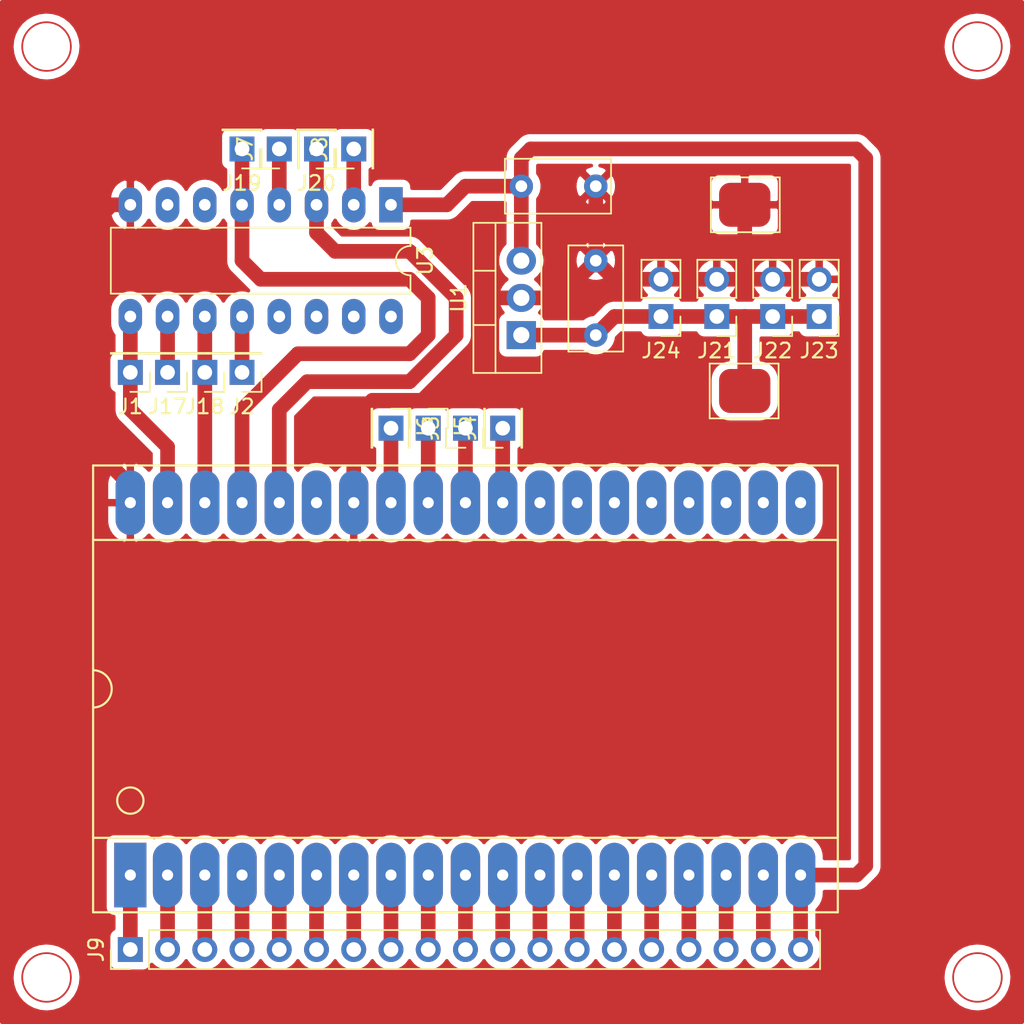
<source format=kicad_pcb>
(kicad_pcb (version 20171130) (host pcbnew "(5.1.0)-1")

  (general
    (thickness 1.6)
    (drawings 4)
    (tracks 95)
    (zones 0)
    (modules 24)
    (nets 43)
  )

  (page A4)
  (layers
    (0 F.Cu signal)
    (31 B.Cu signal)
    (32 B.Adhes user)
    (33 F.Adhes user)
    (34 B.Paste user)
    (35 F.Paste user)
    (36 B.SilkS user)
    (37 F.SilkS user)
    (38 B.Mask user)
    (39 F.Mask user)
    (40 Dwgs.User user)
    (41 Cmts.User user)
    (42 Eco1.User user)
    (43 Eco2.User user)
    (44 Edge.Cuts user)
    (45 Margin user)
    (46 B.CrtYd user)
    (47 F.CrtYd user)
    (48 B.Fab user)
    (49 F.Fab user)
  )

  (setup
    (last_trace_width 1)
    (trace_clearance 0.2)
    (zone_clearance 0.508)
    (zone_45_only no)
    (trace_min 0.2)
    (via_size 0.8)
    (via_drill 0.4)
    (via_min_size 0.4)
    (via_min_drill 0.3)
    (uvia_size 0.3)
    (uvia_drill 0.1)
    (uvias_allowed no)
    (uvia_min_size 0.2)
    (uvia_min_drill 0.1)
    (edge_width 0.05)
    (segment_width 0.2)
    (pcb_text_width 0.3)
    (pcb_text_size 1.5 1.5)
    (mod_edge_width 0.12)
    (mod_text_size 1 1)
    (mod_text_width 0.15)
    (pad_size 3.5 3)
    (pad_drill 0)
    (pad_to_mask_clearance 0.051)
    (solder_mask_min_width 0.25)
    (aux_axis_origin 0 0)
    (visible_elements 7FFFFFFF)
    (pcbplotparams
      (layerselection 0x010fc_ffffffff)
      (usegerberextensions false)
      (usegerberattributes false)
      (usegerberadvancedattributes false)
      (creategerberjobfile false)
      (excludeedgelayer true)
      (linewidth 0.100000)
      (plotframeref false)
      (viasonmask false)
      (mode 1)
      (useauxorigin false)
      (hpglpennumber 1)
      (hpglpenspeed 20)
      (hpglpendiameter 15.000000)
      (psnegative false)
      (psa4output false)
      (plotreference true)
      (plotvalue true)
      (plotinvisibletext false)
      (padsonsilk false)
      (subtractmaskfromsilk false)
      (outputformat 1)
      (mirror false)
      (drillshape 1)
      (scaleselection 1)
      (outputdirectory ""))
  )

  (net 0 "")
  (net 1 GND)
  (net 2 VCC)
  (net 3 "Net-(J1-Pad1)")
  (net 4 "Net-(J2-Pad1)")
  (net 5 "Net-(J3-Pad1)")
  (net 6 "Net-(J4-Pad1)")
  (net 7 "Net-(J5-Pad1)")
  (net 8 "Net-(J6-Pad1)")
  (net 9 "Net-(J7-Pad1)")
  (net 10 "Net-(J8-Pad1)")
  (net 11 "Net-(J17-Pad1)")
  (net 12 "Net-(J18-Pad1)")
  (net 13 "Net-(J19-Pad1)")
  (net 14 "Net-(J20-Pad1)")
  (net 15 "Net-(U2-Pad33)")
  (net 16 "Net-(U2-Pad27)")
  (net 17 "Net-(U2-Pad26)")
  (net 18 "Net-(U2-Pad25)")
  (net 19 "Net-(U2-Pad24)")
  (net 20 "Net-(U2-Pad23)")
  (net 21 "Net-(U2-Pad22)")
  (net 22 "Net-(U2-Pad21)")
  (net 23 "Net-(U2-Pad20)")
  (net 24 /19)
  (net 25 /18)
  (net 26 /17)
  (net 27 /16)
  (net 28 /15)
  (net 29 /14)
  (net 30 /13)
  (net 31 /12)
  (net 32 /11)
  (net 33 /10)
  (net 34 /9)
  (net 35 /7)
  (net 36 /6)
  (net 37 /5)
  (net 38 /4)
  (net 39 /3)
  (net 40 /2)
  (net 41 /1)
  (net 42 /8)

  (net_class Default "This is the default net class."
    (clearance 0.2)
    (trace_width 1)
    (via_dia 0.8)
    (via_drill 0.4)
    (uvia_dia 0.3)
    (uvia_drill 0.1)
    (add_net /1)
    (add_net /10)
    (add_net /11)
    (add_net /12)
    (add_net /13)
    (add_net /14)
    (add_net /15)
    (add_net /16)
    (add_net /17)
    (add_net /18)
    (add_net /19)
    (add_net /2)
    (add_net /3)
    (add_net /4)
    (add_net /5)
    (add_net /6)
    (add_net /7)
    (add_net /8)
    (add_net /9)
    (add_net GND)
    (add_net "Net-(J1-Pad1)")
    (add_net "Net-(J17-Pad1)")
    (add_net "Net-(J18-Pad1)")
    (add_net "Net-(J19-Pad1)")
    (add_net "Net-(J2-Pad1)")
    (add_net "Net-(J20-Pad1)")
    (add_net "Net-(J3-Pad1)")
    (add_net "Net-(J4-Pad1)")
    (add_net "Net-(J5-Pad1)")
    (add_net "Net-(J6-Pad1)")
    (add_net "Net-(J7-Pad1)")
    (add_net "Net-(J8-Pad1)")
    (add_net "Net-(U2-Pad20)")
    (add_net "Net-(U2-Pad21)")
    (add_net "Net-(U2-Pad22)")
    (add_net "Net-(U2-Pad23)")
    (add_net "Net-(U2-Pad24)")
    (add_net "Net-(U2-Pad25)")
    (add_net "Net-(U2-Pad26)")
    (add_net "Net-(U2-Pad27)")
    (add_net "Net-(U2-Pad33)")
    (add_net VCC)
  )

  (module "Custom footprints:Power_wire_pad" (layer F.Cu) (tedit 5CADB3BD) (tstamp 5CAAFF60)
    (at 76.2 71.12)
    (descr "C, Rect series, Radial, pin pitch=2.50mm 5.00mm, , length*width=7*3.5mm^2, Capacitor")
    (tags "C Rect series Radial pin pitch 2.50mm 5.00mm  length 7mm width 3.5mm Capacitor")
    (path /5CBCB57E)
    (fp_text reference J34 (at 2.54 -2.794) (layer F.SilkS) hide
      (effects (font (size 1 1) (thickness 0.15)))
    )
    (fp_text value Conn_01x01 (at 2.54 2.794) (layer F.Fab)
      (effects (font (size 1 1) (thickness 0.15)))
    )
    (fp_text user %R (at 2.54 -2.794) (layer F.Fab) hide
      (effects (font (size 1 1) (thickness 0.15)))
    )
    (fp_line (start 2.44 -2) (end -2.52 -2) (layer F.CrtYd) (width 0.05))
    (fp_line (start 2.44 2) (end 2.44 -2) (layer F.CrtYd) (width 0.05))
    (fp_line (start -2.52 2) (end 2.44 2) (layer F.CrtYd) (width 0.05))
    (fp_line (start -2.52 -2) (end -2.52 2) (layer F.CrtYd) (width 0.05))
    (fp_line (start 2.31 -1.87) (end 2.31 1.87) (layer F.SilkS) (width 0.12))
    (fp_line (start -2.39 -1.87) (end -2.39 1.87) (layer F.SilkS) (width 0.12))
    (fp_line (start -2.39 1.87) (end 2.31 1.87) (layer F.SilkS) (width 0.12))
    (fp_line (start -2.39 -1.87) (end 2.31 -1.87) (layer F.SilkS) (width 0.12))
    (fp_line (start 2.19 -1.75) (end -2.27 -1.75) (layer F.Fab) (width 0.1))
    (fp_line (start 2.19 1.75) (end 2.19 -1.75) (layer F.Fab) (width 0.1))
    (fp_line (start -2.27 1.75) (end 2.19 1.75) (layer F.Fab) (width 0.1))
    (fp_line (start -2.27 -1.75) (end -2.27 1.75) (layer F.Fab) (width 0.1))
    (pad 1 smd roundrect (at 0 0) (size 3.5 3) (layers F.Cu F.Paste F.Mask) (roundrect_rratio 0.25)
      (net 2 VCC))
  )

  (module Connector_PinHeader_2.54mm:PinHeader_1x02_P2.54mm_Vertical (layer F.Cu) (tedit 59FED5CC) (tstamp 5CADDAA9)
    (at 70.485 66.04 180)
    (descr "Through hole straight pin header, 1x02, 2.54mm pitch, single row")
    (tags "Through hole pin header THT 1x02 2.54mm single row")
    (path /5CAFF255)
    (fp_text reference J24 (at 0 -2.33 180) (layer F.SilkS)
      (effects (font (size 1 1) (thickness 0.15)))
    )
    (fp_text value Conn_01x02 (at 0 4.87 180) (layer F.Fab)
      (effects (font (size 1 1) (thickness 0.15)))
    )
    (fp_text user %R (at 0 1.27 270) (layer F.Fab)
      (effects (font (size 1 1) (thickness 0.15)))
    )
    (fp_line (start 1.8 -1.8) (end -1.8 -1.8) (layer F.CrtYd) (width 0.05))
    (fp_line (start 1.8 4.35) (end 1.8 -1.8) (layer F.CrtYd) (width 0.05))
    (fp_line (start -1.8 4.35) (end 1.8 4.35) (layer F.CrtYd) (width 0.05))
    (fp_line (start -1.8 -1.8) (end -1.8 4.35) (layer F.CrtYd) (width 0.05))
    (fp_line (start -1.33 -1.33) (end 0 -1.33) (layer F.SilkS) (width 0.12))
    (fp_line (start -1.33 0) (end -1.33 -1.33) (layer F.SilkS) (width 0.12))
    (fp_line (start -1.33 1.27) (end 1.33 1.27) (layer F.SilkS) (width 0.12))
    (fp_line (start 1.33 1.27) (end 1.33 3.87) (layer F.SilkS) (width 0.12))
    (fp_line (start -1.33 1.27) (end -1.33 3.87) (layer F.SilkS) (width 0.12))
    (fp_line (start -1.33 3.87) (end 1.33 3.87) (layer F.SilkS) (width 0.12))
    (fp_line (start -1.27 -0.635) (end -0.635 -1.27) (layer F.Fab) (width 0.1))
    (fp_line (start -1.27 3.81) (end -1.27 -0.635) (layer F.Fab) (width 0.1))
    (fp_line (start 1.27 3.81) (end -1.27 3.81) (layer F.Fab) (width 0.1))
    (fp_line (start 1.27 -1.27) (end 1.27 3.81) (layer F.Fab) (width 0.1))
    (fp_line (start -0.635 -1.27) (end 1.27 -1.27) (layer F.Fab) (width 0.1))
    (pad 2 thru_hole oval (at 0 2.54 180) (size 1.7 1.7) (drill 1) (layers *.Cu *.Mask)
      (net 1 GND))
    (pad 1 thru_hole rect (at 0 0 180) (size 1.7 1.7) (drill 1) (layers *.Cu *.Mask)
      (net 2 VCC))
    (model ${KISYS3DMOD}/Connector_PinHeader_2.54mm.3dshapes/PinHeader_1x02_P2.54mm_Vertical.wrl
      (at (xyz 0 0 0))
      (scale (xyz 1 1 1))
      (rotate (xyz 0 0 0))
    )
  )

  (module Connector_PinHeader_2.54mm:PinHeader_1x02_P2.54mm_Vertical (layer F.Cu) (tedit 59FED5CC) (tstamp 5CADDA91)
    (at 81.28 66.04 180)
    (descr "Through hole straight pin header, 1x02, 2.54mm pitch, single row")
    (tags "Through hole pin header THT 1x02 2.54mm single row")
    (path /5CAFD772)
    (fp_text reference J23 (at 0 -2.33 180) (layer F.SilkS)
      (effects (font (size 1 1) (thickness 0.15)))
    )
    (fp_text value Conn_01x02 (at 0 4.87 180) (layer F.Fab)
      (effects (font (size 1 1) (thickness 0.15)))
    )
    (fp_text user %R (at 0 1.27 270) (layer F.Fab)
      (effects (font (size 1 1) (thickness 0.15)))
    )
    (fp_line (start 1.8 -1.8) (end -1.8 -1.8) (layer F.CrtYd) (width 0.05))
    (fp_line (start 1.8 4.35) (end 1.8 -1.8) (layer F.CrtYd) (width 0.05))
    (fp_line (start -1.8 4.35) (end 1.8 4.35) (layer F.CrtYd) (width 0.05))
    (fp_line (start -1.8 -1.8) (end -1.8 4.35) (layer F.CrtYd) (width 0.05))
    (fp_line (start -1.33 -1.33) (end 0 -1.33) (layer F.SilkS) (width 0.12))
    (fp_line (start -1.33 0) (end -1.33 -1.33) (layer F.SilkS) (width 0.12))
    (fp_line (start -1.33 1.27) (end 1.33 1.27) (layer F.SilkS) (width 0.12))
    (fp_line (start 1.33 1.27) (end 1.33 3.87) (layer F.SilkS) (width 0.12))
    (fp_line (start -1.33 1.27) (end -1.33 3.87) (layer F.SilkS) (width 0.12))
    (fp_line (start -1.33 3.87) (end 1.33 3.87) (layer F.SilkS) (width 0.12))
    (fp_line (start -1.27 -0.635) (end -0.635 -1.27) (layer F.Fab) (width 0.1))
    (fp_line (start -1.27 3.81) (end -1.27 -0.635) (layer F.Fab) (width 0.1))
    (fp_line (start 1.27 3.81) (end -1.27 3.81) (layer F.Fab) (width 0.1))
    (fp_line (start 1.27 -1.27) (end 1.27 3.81) (layer F.Fab) (width 0.1))
    (fp_line (start -0.635 -1.27) (end 1.27 -1.27) (layer F.Fab) (width 0.1))
    (pad 2 thru_hole oval (at 0 2.54 180) (size 1.7 1.7) (drill 1) (layers *.Cu *.Mask)
      (net 1 GND))
    (pad 1 thru_hole rect (at 0 0 180) (size 1.7 1.7) (drill 1) (layers *.Cu *.Mask)
      (net 2 VCC))
    (model ${KISYS3DMOD}/Connector_PinHeader_2.54mm.3dshapes/PinHeader_1x02_P2.54mm_Vertical.wrl
      (at (xyz 0 0 0))
      (scale (xyz 1 1 1))
      (rotate (xyz 0 0 0))
    )
  )

  (module Connector_PinHeader_2.54mm:PinHeader_1x02_P2.54mm_Vertical (layer F.Cu) (tedit 59FED5CC) (tstamp 5CADDA79)
    (at 78.105 66.04 180)
    (descr "Through hole straight pin header, 1x02, 2.54mm pitch, single row")
    (tags "Through hole pin header THT 1x02 2.54mm single row")
    (path /5CAF800F)
    (fp_text reference J22 (at 0 -2.33 180) (layer F.SilkS)
      (effects (font (size 1 1) (thickness 0.15)))
    )
    (fp_text value Conn_01x02 (at 0 4.87 180) (layer F.Fab)
      (effects (font (size 1 1) (thickness 0.15)))
    )
    (fp_text user %R (at 0 1.27 270) (layer F.Fab)
      (effects (font (size 1 1) (thickness 0.15)))
    )
    (fp_line (start 1.8 -1.8) (end -1.8 -1.8) (layer F.CrtYd) (width 0.05))
    (fp_line (start 1.8 4.35) (end 1.8 -1.8) (layer F.CrtYd) (width 0.05))
    (fp_line (start -1.8 4.35) (end 1.8 4.35) (layer F.CrtYd) (width 0.05))
    (fp_line (start -1.8 -1.8) (end -1.8 4.35) (layer F.CrtYd) (width 0.05))
    (fp_line (start -1.33 -1.33) (end 0 -1.33) (layer F.SilkS) (width 0.12))
    (fp_line (start -1.33 0) (end -1.33 -1.33) (layer F.SilkS) (width 0.12))
    (fp_line (start -1.33 1.27) (end 1.33 1.27) (layer F.SilkS) (width 0.12))
    (fp_line (start 1.33 1.27) (end 1.33 3.87) (layer F.SilkS) (width 0.12))
    (fp_line (start -1.33 1.27) (end -1.33 3.87) (layer F.SilkS) (width 0.12))
    (fp_line (start -1.33 3.87) (end 1.33 3.87) (layer F.SilkS) (width 0.12))
    (fp_line (start -1.27 -0.635) (end -0.635 -1.27) (layer F.Fab) (width 0.1))
    (fp_line (start -1.27 3.81) (end -1.27 -0.635) (layer F.Fab) (width 0.1))
    (fp_line (start 1.27 3.81) (end -1.27 3.81) (layer F.Fab) (width 0.1))
    (fp_line (start 1.27 -1.27) (end 1.27 3.81) (layer F.Fab) (width 0.1))
    (fp_line (start -0.635 -1.27) (end 1.27 -1.27) (layer F.Fab) (width 0.1))
    (pad 2 thru_hole oval (at 0 2.54 180) (size 1.7 1.7) (drill 1) (layers *.Cu *.Mask)
      (net 1 GND))
    (pad 1 thru_hole rect (at 0 0 180) (size 1.7 1.7) (drill 1) (layers *.Cu *.Mask)
      (net 2 VCC))
    (model ${KISYS3DMOD}/Connector_PinHeader_2.54mm.3dshapes/PinHeader_1x02_P2.54mm_Vertical.wrl
      (at (xyz 0 0 0))
      (scale (xyz 1 1 1))
      (rotate (xyz 0 0 0))
    )
  )

  (module Connector_PinHeader_2.54mm:PinHeader_1x02_P2.54mm_Vertical (layer F.Cu) (tedit 59FED5CC) (tstamp 5CADDA61)
    (at 74.295 66.04 180)
    (descr "Through hole straight pin header, 1x02, 2.54mm pitch, single row")
    (tags "Through hole pin header THT 1x02 2.54mm single row")
    (path /5CAF1B89)
    (fp_text reference J21 (at 0 -2.33 180) (layer F.SilkS)
      (effects (font (size 1 1) (thickness 0.15)))
    )
    (fp_text value Conn_01x02 (at 0 4.87 180) (layer F.Fab)
      (effects (font (size 1 1) (thickness 0.15)))
    )
    (fp_text user %R (at 0 1.27 270) (layer F.Fab)
      (effects (font (size 1 1) (thickness 0.15)))
    )
    (fp_line (start 1.8 -1.8) (end -1.8 -1.8) (layer F.CrtYd) (width 0.05))
    (fp_line (start 1.8 4.35) (end 1.8 -1.8) (layer F.CrtYd) (width 0.05))
    (fp_line (start -1.8 4.35) (end 1.8 4.35) (layer F.CrtYd) (width 0.05))
    (fp_line (start -1.8 -1.8) (end -1.8 4.35) (layer F.CrtYd) (width 0.05))
    (fp_line (start -1.33 -1.33) (end 0 -1.33) (layer F.SilkS) (width 0.12))
    (fp_line (start -1.33 0) (end -1.33 -1.33) (layer F.SilkS) (width 0.12))
    (fp_line (start -1.33 1.27) (end 1.33 1.27) (layer F.SilkS) (width 0.12))
    (fp_line (start 1.33 1.27) (end 1.33 3.87) (layer F.SilkS) (width 0.12))
    (fp_line (start -1.33 1.27) (end -1.33 3.87) (layer F.SilkS) (width 0.12))
    (fp_line (start -1.33 3.87) (end 1.33 3.87) (layer F.SilkS) (width 0.12))
    (fp_line (start -1.27 -0.635) (end -0.635 -1.27) (layer F.Fab) (width 0.1))
    (fp_line (start -1.27 3.81) (end -1.27 -0.635) (layer F.Fab) (width 0.1))
    (fp_line (start 1.27 3.81) (end -1.27 3.81) (layer F.Fab) (width 0.1))
    (fp_line (start 1.27 -1.27) (end 1.27 3.81) (layer F.Fab) (width 0.1))
    (fp_line (start -0.635 -1.27) (end 1.27 -1.27) (layer F.Fab) (width 0.1))
    (pad 2 thru_hole oval (at 0 2.54 180) (size 1.7 1.7) (drill 1) (layers *.Cu *.Mask)
      (net 1 GND))
    (pad 1 thru_hole rect (at 0 0 180) (size 1.7 1.7) (drill 1) (layers *.Cu *.Mask)
      (net 2 VCC))
    (model ${KISYS3DMOD}/Connector_PinHeader_2.54mm.3dshapes/PinHeader_1x02_P2.54mm_Vertical.wrl
      (at (xyz 0 0 0))
      (scale (xyz 1 1 1))
      (rotate (xyz 0 0 0))
    )
  )

  (module Connector_PinHeader_2.54mm:PinHeader_1x01_P2.54mm_Vertical (layer F.Cu) (tedit 59FED5CC) (tstamp 5CAE0A82)
    (at 46.99 54.61 180)
    (descr "Through hole straight pin header, 1x01, 2.54mm pitch, single row")
    (tags "Through hole pin header THT 1x01 2.54mm single row")
    (path /5CB34C57)
    (fp_text reference J20 (at 0 -2.33 180) (layer F.SilkS)
      (effects (font (size 1 1) (thickness 0.15)))
    )
    (fp_text value Conn_01x01 (at 0 2.33 180) (layer F.Fab)
      (effects (font (size 1 1) (thickness 0.15)))
    )
    (fp_text user %R (at 0 0 270) (layer F.Fab)
      (effects (font (size 1 1) (thickness 0.15)))
    )
    (fp_line (start 1.8 -1.8) (end -1.8 -1.8) (layer F.CrtYd) (width 0.05))
    (fp_line (start 1.8 1.8) (end 1.8 -1.8) (layer F.CrtYd) (width 0.05))
    (fp_line (start -1.8 1.8) (end 1.8 1.8) (layer F.CrtYd) (width 0.05))
    (fp_line (start -1.8 -1.8) (end -1.8 1.8) (layer F.CrtYd) (width 0.05))
    (fp_line (start -1.33 -1.33) (end 0 -1.33) (layer F.SilkS) (width 0.12))
    (fp_line (start -1.33 0) (end -1.33 -1.33) (layer F.SilkS) (width 0.12))
    (fp_line (start -1.33 1.27) (end 1.33 1.27) (layer F.SilkS) (width 0.12))
    (fp_line (start 1.33 1.27) (end 1.33 1.33) (layer F.SilkS) (width 0.12))
    (fp_line (start -1.33 1.27) (end -1.33 1.33) (layer F.SilkS) (width 0.12))
    (fp_line (start -1.33 1.33) (end 1.33 1.33) (layer F.SilkS) (width 0.12))
    (fp_line (start -1.27 -0.635) (end -0.635 -1.27) (layer F.Fab) (width 0.1))
    (fp_line (start -1.27 1.27) (end -1.27 -0.635) (layer F.Fab) (width 0.1))
    (fp_line (start 1.27 1.27) (end -1.27 1.27) (layer F.Fab) (width 0.1))
    (fp_line (start 1.27 -1.27) (end 1.27 1.27) (layer F.Fab) (width 0.1))
    (fp_line (start -0.635 -1.27) (end 1.27 -1.27) (layer F.Fab) (width 0.1))
    (pad 1 thru_hole rect (at 0 0 180) (size 1.7 1.7) (drill 1) (layers *.Cu *.Mask)
      (net 14 "Net-(J20-Pad1)"))
    (model ${KISYS3DMOD}/Connector_PinHeader_2.54mm.3dshapes/PinHeader_1x01_P2.54mm_Vertical.wrl
      (at (xyz 0 0 0))
      (scale (xyz 1 1 1))
      (rotate (xyz 0 0 0))
    )
  )

  (module Connector_PinHeader_2.54mm:PinHeader_1x01_P2.54mm_Vertical (layer F.Cu) (tedit 59FED5CC) (tstamp 5CAE0A6C)
    (at 41.91 54.61 180)
    (descr "Through hole straight pin header, 1x01, 2.54mm pitch, single row")
    (tags "Through hole pin header THT 1x01 2.54mm single row")
    (path /5CB34C5D)
    (fp_text reference J19 (at 0 -2.33 180) (layer F.SilkS)
      (effects (font (size 1 1) (thickness 0.15)))
    )
    (fp_text value Conn_01x01 (at 0 2.33 180) (layer F.Fab)
      (effects (font (size 1 1) (thickness 0.15)))
    )
    (fp_text user %R (at 0 0 270) (layer F.Fab)
      (effects (font (size 1 1) (thickness 0.15)))
    )
    (fp_line (start 1.8 -1.8) (end -1.8 -1.8) (layer F.CrtYd) (width 0.05))
    (fp_line (start 1.8 1.8) (end 1.8 -1.8) (layer F.CrtYd) (width 0.05))
    (fp_line (start -1.8 1.8) (end 1.8 1.8) (layer F.CrtYd) (width 0.05))
    (fp_line (start -1.8 -1.8) (end -1.8 1.8) (layer F.CrtYd) (width 0.05))
    (fp_line (start -1.33 -1.33) (end 0 -1.33) (layer F.SilkS) (width 0.12))
    (fp_line (start -1.33 0) (end -1.33 -1.33) (layer F.SilkS) (width 0.12))
    (fp_line (start -1.33 1.27) (end 1.33 1.27) (layer F.SilkS) (width 0.12))
    (fp_line (start 1.33 1.27) (end 1.33 1.33) (layer F.SilkS) (width 0.12))
    (fp_line (start -1.33 1.27) (end -1.33 1.33) (layer F.SilkS) (width 0.12))
    (fp_line (start -1.33 1.33) (end 1.33 1.33) (layer F.SilkS) (width 0.12))
    (fp_line (start -1.27 -0.635) (end -0.635 -1.27) (layer F.Fab) (width 0.1))
    (fp_line (start -1.27 1.27) (end -1.27 -0.635) (layer F.Fab) (width 0.1))
    (fp_line (start 1.27 1.27) (end -1.27 1.27) (layer F.Fab) (width 0.1))
    (fp_line (start 1.27 -1.27) (end 1.27 1.27) (layer F.Fab) (width 0.1))
    (fp_line (start -0.635 -1.27) (end 1.27 -1.27) (layer F.Fab) (width 0.1))
    (pad 1 thru_hole rect (at 0 0 180) (size 1.7 1.7) (drill 1) (layers *.Cu *.Mask)
      (net 13 "Net-(J19-Pad1)"))
    (model ${KISYS3DMOD}/Connector_PinHeader_2.54mm.3dshapes/PinHeader_1x01_P2.54mm_Vertical.wrl
      (at (xyz 0 0 0))
      (scale (xyz 1 1 1))
      (rotate (xyz 0 0 0))
    )
  )

  (module Connector_PinHeader_2.54mm:PinHeader_1x01_P2.54mm_Vertical (layer F.Cu) (tedit 59FED5CC) (tstamp 5CAE0A56)
    (at 39.37 69.85 180)
    (descr "Through hole straight pin header, 1x01, 2.54mm pitch, single row")
    (tags "Through hole pin header THT 1x01 2.54mm single row")
    (path /5CAF7684)
    (fp_text reference J18 (at 0 -2.33 180) (layer F.SilkS)
      (effects (font (size 1 1) (thickness 0.15)))
    )
    (fp_text value Conn_01x01 (at 0 2.33 180) (layer F.Fab)
      (effects (font (size 1 1) (thickness 0.15)))
    )
    (fp_text user %R (at 0 0 270) (layer F.Fab)
      (effects (font (size 1 1) (thickness 0.15)))
    )
    (fp_line (start 1.8 -1.8) (end -1.8 -1.8) (layer F.CrtYd) (width 0.05))
    (fp_line (start 1.8 1.8) (end 1.8 -1.8) (layer F.CrtYd) (width 0.05))
    (fp_line (start -1.8 1.8) (end 1.8 1.8) (layer F.CrtYd) (width 0.05))
    (fp_line (start -1.8 -1.8) (end -1.8 1.8) (layer F.CrtYd) (width 0.05))
    (fp_line (start -1.33 -1.33) (end 0 -1.33) (layer F.SilkS) (width 0.12))
    (fp_line (start -1.33 0) (end -1.33 -1.33) (layer F.SilkS) (width 0.12))
    (fp_line (start -1.33 1.27) (end 1.33 1.27) (layer F.SilkS) (width 0.12))
    (fp_line (start 1.33 1.27) (end 1.33 1.33) (layer F.SilkS) (width 0.12))
    (fp_line (start -1.33 1.27) (end -1.33 1.33) (layer F.SilkS) (width 0.12))
    (fp_line (start -1.33 1.33) (end 1.33 1.33) (layer F.SilkS) (width 0.12))
    (fp_line (start -1.27 -0.635) (end -0.635 -1.27) (layer F.Fab) (width 0.1))
    (fp_line (start -1.27 1.27) (end -1.27 -0.635) (layer F.Fab) (width 0.1))
    (fp_line (start 1.27 1.27) (end -1.27 1.27) (layer F.Fab) (width 0.1))
    (fp_line (start 1.27 -1.27) (end 1.27 1.27) (layer F.Fab) (width 0.1))
    (fp_line (start -0.635 -1.27) (end 1.27 -1.27) (layer F.Fab) (width 0.1))
    (pad 1 thru_hole rect (at 0 0 180) (size 1.7 1.7) (drill 1) (layers *.Cu *.Mask)
      (net 12 "Net-(J18-Pad1)"))
    (model ${KISYS3DMOD}/Connector_PinHeader_2.54mm.3dshapes/PinHeader_1x01_P2.54mm_Vertical.wrl
      (at (xyz 0 0 0))
      (scale (xyz 1 1 1))
      (rotate (xyz 0 0 0))
    )
  )

  (module Connector_PinHeader_2.54mm:PinHeader_1x01_P2.54mm_Vertical (layer F.Cu) (tedit 59FED5CC) (tstamp 5CAE0A40)
    (at 36.83 69.85 180)
    (descr "Through hole straight pin header, 1x01, 2.54mm pitch, single row")
    (tags "Through hole pin header THT 1x01 2.54mm single row")
    (path /5CAF2600)
    (fp_text reference J17 (at 0 -2.33 180) (layer F.SilkS)
      (effects (font (size 1 1) (thickness 0.15)))
    )
    (fp_text value Conn_01x01 (at 0 2.33 180) (layer F.Fab)
      (effects (font (size 1 1) (thickness 0.15)))
    )
    (fp_text user %R (at 0 0 270) (layer F.Fab)
      (effects (font (size 1 1) (thickness 0.15)))
    )
    (fp_line (start 1.8 -1.8) (end -1.8 -1.8) (layer F.CrtYd) (width 0.05))
    (fp_line (start 1.8 1.8) (end 1.8 -1.8) (layer F.CrtYd) (width 0.05))
    (fp_line (start -1.8 1.8) (end 1.8 1.8) (layer F.CrtYd) (width 0.05))
    (fp_line (start -1.8 -1.8) (end -1.8 1.8) (layer F.CrtYd) (width 0.05))
    (fp_line (start -1.33 -1.33) (end 0 -1.33) (layer F.SilkS) (width 0.12))
    (fp_line (start -1.33 0) (end -1.33 -1.33) (layer F.SilkS) (width 0.12))
    (fp_line (start -1.33 1.27) (end 1.33 1.27) (layer F.SilkS) (width 0.12))
    (fp_line (start 1.33 1.27) (end 1.33 1.33) (layer F.SilkS) (width 0.12))
    (fp_line (start -1.33 1.27) (end -1.33 1.33) (layer F.SilkS) (width 0.12))
    (fp_line (start -1.33 1.33) (end 1.33 1.33) (layer F.SilkS) (width 0.12))
    (fp_line (start -1.27 -0.635) (end -0.635 -1.27) (layer F.Fab) (width 0.1))
    (fp_line (start -1.27 1.27) (end -1.27 -0.635) (layer F.Fab) (width 0.1))
    (fp_line (start 1.27 1.27) (end -1.27 1.27) (layer F.Fab) (width 0.1))
    (fp_line (start 1.27 -1.27) (end 1.27 1.27) (layer F.Fab) (width 0.1))
    (fp_line (start -0.635 -1.27) (end 1.27 -1.27) (layer F.Fab) (width 0.1))
    (pad 1 thru_hole rect (at 0 0 180) (size 1.7 1.7) (drill 1) (layers *.Cu *.Mask)
      (net 11 "Net-(J17-Pad1)"))
    (model ${KISYS3DMOD}/Connector_PinHeader_2.54mm.3dshapes/PinHeader_1x01_P2.54mm_Vertical.wrl
      (at (xyz 0 0 0))
      (scale (xyz 1 1 1))
      (rotate (xyz 0 0 0))
    )
  )

  (module Connector_PinHeader_2.54mm:PinHeader_1x19_P2.54mm_Vertical (layer F.Cu) (tedit 59FED5CC) (tstamp 5CAE2F3A)
    (at 34.29 109.22 90)
    (descr "Through hole straight pin header, 1x19, 2.54mm pitch, single row")
    (tags "Through hole pin header THT 1x19 2.54mm single row")
    (path /5CB33603)
    (fp_text reference J9 (at 0 -2.33 90) (layer F.SilkS)
      (effects (font (size 1 1) (thickness 0.15)))
    )
    (fp_text value Conn_01x19 (at 0 48.05 90) (layer F.Fab)
      (effects (font (size 1 1) (thickness 0.15)))
    )
    (fp_text user %R (at 0 22.86 180) (layer F.Fab)
      (effects (font (size 1 1) (thickness 0.15)))
    )
    (fp_line (start 1.8 -1.8) (end -1.8 -1.8) (layer F.CrtYd) (width 0.05))
    (fp_line (start 1.8 47.5) (end 1.8 -1.8) (layer F.CrtYd) (width 0.05))
    (fp_line (start -1.8 47.5) (end 1.8 47.5) (layer F.CrtYd) (width 0.05))
    (fp_line (start -1.8 -1.8) (end -1.8 47.5) (layer F.CrtYd) (width 0.05))
    (fp_line (start -1.33 -1.33) (end 0 -1.33) (layer F.SilkS) (width 0.12))
    (fp_line (start -1.33 0) (end -1.33 -1.33) (layer F.SilkS) (width 0.12))
    (fp_line (start -1.33 1.27) (end 1.33 1.27) (layer F.SilkS) (width 0.12))
    (fp_line (start 1.33 1.27) (end 1.33 47.05) (layer F.SilkS) (width 0.12))
    (fp_line (start -1.33 1.27) (end -1.33 47.05) (layer F.SilkS) (width 0.12))
    (fp_line (start -1.33 47.05) (end 1.33 47.05) (layer F.SilkS) (width 0.12))
    (fp_line (start -1.27 -0.635) (end -0.635 -1.27) (layer F.Fab) (width 0.1))
    (fp_line (start -1.27 46.99) (end -1.27 -0.635) (layer F.Fab) (width 0.1))
    (fp_line (start 1.27 46.99) (end -1.27 46.99) (layer F.Fab) (width 0.1))
    (fp_line (start 1.27 -1.27) (end 1.27 46.99) (layer F.Fab) (width 0.1))
    (fp_line (start -0.635 -1.27) (end 1.27 -1.27) (layer F.Fab) (width 0.1))
    (pad 19 thru_hole oval (at 0 45.72 90) (size 1.7 1.7) (drill 1) (layers *.Cu *.Mask)
      (net 24 /19))
    (pad 18 thru_hole oval (at 0 43.18 90) (size 1.7 1.7) (drill 1) (layers *.Cu *.Mask)
      (net 25 /18))
    (pad 17 thru_hole oval (at 0 40.64 90) (size 1.7 1.7) (drill 1) (layers *.Cu *.Mask)
      (net 26 /17))
    (pad 16 thru_hole oval (at 0 38.1 90) (size 1.7 1.7) (drill 1) (layers *.Cu *.Mask)
      (net 27 /16))
    (pad 15 thru_hole oval (at 0 35.56 90) (size 1.7 1.7) (drill 1) (layers *.Cu *.Mask)
      (net 28 /15))
    (pad 14 thru_hole oval (at 0 33.02 90) (size 1.7 1.7) (drill 1) (layers *.Cu *.Mask)
      (net 29 /14))
    (pad 13 thru_hole oval (at 0 30.48 90) (size 1.7 1.7) (drill 1) (layers *.Cu *.Mask)
      (net 30 /13))
    (pad 12 thru_hole oval (at 0 27.94 90) (size 1.7 1.7) (drill 1) (layers *.Cu *.Mask)
      (net 31 /12))
    (pad 11 thru_hole oval (at 0 25.4 90) (size 1.7 1.7) (drill 1) (layers *.Cu *.Mask)
      (net 32 /11))
    (pad 10 thru_hole oval (at 0 22.86 90) (size 1.7 1.7) (drill 1) (layers *.Cu *.Mask)
      (net 33 /10))
    (pad 9 thru_hole oval (at 0 20.32 90) (size 1.7 1.7) (drill 1) (layers *.Cu *.Mask)
      (net 34 /9))
    (pad 8 thru_hole oval (at 0 17.78 90) (size 1.7 1.7) (drill 1) (layers *.Cu *.Mask)
      (net 42 /8))
    (pad 7 thru_hole oval (at 0 15.24 90) (size 1.7 1.7) (drill 1) (layers *.Cu *.Mask)
      (net 35 /7))
    (pad 6 thru_hole oval (at 0 12.7 90) (size 1.7 1.7) (drill 1) (layers *.Cu *.Mask)
      (net 36 /6))
    (pad 5 thru_hole oval (at 0 10.16 90) (size 1.7 1.7) (drill 1) (layers *.Cu *.Mask)
      (net 37 /5))
    (pad 4 thru_hole oval (at 0 7.62 90) (size 1.7 1.7) (drill 1) (layers *.Cu *.Mask)
      (net 38 /4))
    (pad 3 thru_hole oval (at 0 5.08 90) (size 1.7 1.7) (drill 1) (layers *.Cu *.Mask)
      (net 39 /3))
    (pad 2 thru_hole oval (at 0 2.54 90) (size 1.7 1.7) (drill 1) (layers *.Cu *.Mask)
      (net 40 /2))
    (pad 1 thru_hole rect (at 0 0 90) (size 1.7 1.7) (drill 1) (layers *.Cu *.Mask)
      (net 41 /1))
    (model ${KISYS3DMOD}/Connector_PinHeader_2.54mm.3dshapes/PinHeader_1x19_P2.54mm_Vertical.wrl
      (at (xyz 0 0 0))
      (scale (xyz 1 1 1))
      (rotate (xyz 0 0 0))
    )
  )

  (module Connector_PinHeader_2.54mm:PinHeader_1x01_P2.54mm_Vertical (layer F.Cu) (tedit 59FED5CC) (tstamp 5CADABCE)
    (at 49.53 54.61 90)
    (descr "Through hole straight pin header, 1x01, 2.54mm pitch, single row")
    (tags "Through hole pin header THT 1x01 2.54mm single row")
    (path /5CB360F5)
    (fp_text reference J8 (at 0 -2.33 90) (layer F.SilkS)
      (effects (font (size 1 1) (thickness 0.15)))
    )
    (fp_text value Conn_01x01 (at 0 2.33 90) (layer F.Fab)
      (effects (font (size 1 1) (thickness 0.15)))
    )
    (fp_text user %R (at 0 0 180) (layer F.Fab)
      (effects (font (size 1 1) (thickness 0.15)))
    )
    (fp_line (start 1.8 -1.8) (end -1.8 -1.8) (layer F.CrtYd) (width 0.05))
    (fp_line (start 1.8 1.8) (end 1.8 -1.8) (layer F.CrtYd) (width 0.05))
    (fp_line (start -1.8 1.8) (end 1.8 1.8) (layer F.CrtYd) (width 0.05))
    (fp_line (start -1.8 -1.8) (end -1.8 1.8) (layer F.CrtYd) (width 0.05))
    (fp_line (start -1.33 -1.33) (end 0 -1.33) (layer F.SilkS) (width 0.12))
    (fp_line (start -1.33 0) (end -1.33 -1.33) (layer F.SilkS) (width 0.12))
    (fp_line (start -1.33 1.27) (end 1.33 1.27) (layer F.SilkS) (width 0.12))
    (fp_line (start 1.33 1.27) (end 1.33 1.33) (layer F.SilkS) (width 0.12))
    (fp_line (start -1.33 1.27) (end -1.33 1.33) (layer F.SilkS) (width 0.12))
    (fp_line (start -1.33 1.33) (end 1.33 1.33) (layer F.SilkS) (width 0.12))
    (fp_line (start -1.27 -0.635) (end -0.635 -1.27) (layer F.Fab) (width 0.1))
    (fp_line (start -1.27 1.27) (end -1.27 -0.635) (layer F.Fab) (width 0.1))
    (fp_line (start 1.27 1.27) (end -1.27 1.27) (layer F.Fab) (width 0.1))
    (fp_line (start 1.27 -1.27) (end 1.27 1.27) (layer F.Fab) (width 0.1))
    (fp_line (start -0.635 -1.27) (end 1.27 -1.27) (layer F.Fab) (width 0.1))
    (pad 1 thru_hole rect (at 0 0 90) (size 1.7 1.7) (drill 1) (layers *.Cu *.Mask)
      (net 10 "Net-(J8-Pad1)"))
    (model ${KISYS3DMOD}/Connector_PinHeader_2.54mm.3dshapes/PinHeader_1x01_P2.54mm_Vertical.wrl
      (at (xyz 0 0 0))
      (scale (xyz 1 1 1))
      (rotate (xyz 0 0 0))
    )
  )

  (module Connector_PinHeader_2.54mm:PinHeader_1x01_P2.54mm_Vertical (layer F.Cu) (tedit 59FED5CC) (tstamp 5CADABB8)
    (at 44.45 54.61 90)
    (descr "Through hole straight pin header, 1x01, 2.54mm pitch, single row")
    (tags "Through hole pin header THT 1x01 2.54mm single row")
    (path /5CB360FB)
    (fp_text reference J7 (at 0 -2.33 90) (layer F.SilkS)
      (effects (font (size 1 1) (thickness 0.15)))
    )
    (fp_text value Conn_01x01 (at 0 2.33 90) (layer F.Fab)
      (effects (font (size 1 1) (thickness 0.15)))
    )
    (fp_text user %R (at 0 0 180) (layer F.Fab)
      (effects (font (size 1 1) (thickness 0.15)))
    )
    (fp_line (start 1.8 -1.8) (end -1.8 -1.8) (layer F.CrtYd) (width 0.05))
    (fp_line (start 1.8 1.8) (end 1.8 -1.8) (layer F.CrtYd) (width 0.05))
    (fp_line (start -1.8 1.8) (end 1.8 1.8) (layer F.CrtYd) (width 0.05))
    (fp_line (start -1.8 -1.8) (end -1.8 1.8) (layer F.CrtYd) (width 0.05))
    (fp_line (start -1.33 -1.33) (end 0 -1.33) (layer F.SilkS) (width 0.12))
    (fp_line (start -1.33 0) (end -1.33 -1.33) (layer F.SilkS) (width 0.12))
    (fp_line (start -1.33 1.27) (end 1.33 1.27) (layer F.SilkS) (width 0.12))
    (fp_line (start 1.33 1.27) (end 1.33 1.33) (layer F.SilkS) (width 0.12))
    (fp_line (start -1.33 1.27) (end -1.33 1.33) (layer F.SilkS) (width 0.12))
    (fp_line (start -1.33 1.33) (end 1.33 1.33) (layer F.SilkS) (width 0.12))
    (fp_line (start -1.27 -0.635) (end -0.635 -1.27) (layer F.Fab) (width 0.1))
    (fp_line (start -1.27 1.27) (end -1.27 -0.635) (layer F.Fab) (width 0.1))
    (fp_line (start 1.27 1.27) (end -1.27 1.27) (layer F.Fab) (width 0.1))
    (fp_line (start 1.27 -1.27) (end 1.27 1.27) (layer F.Fab) (width 0.1))
    (fp_line (start -0.635 -1.27) (end 1.27 -1.27) (layer F.Fab) (width 0.1))
    (pad 1 thru_hole rect (at 0 0 90) (size 1.7 1.7) (drill 1) (layers *.Cu *.Mask)
      (net 9 "Net-(J7-Pad1)"))
    (model ${KISYS3DMOD}/Connector_PinHeader_2.54mm.3dshapes/PinHeader_1x01_P2.54mm_Vertical.wrl
      (at (xyz 0 0 0))
      (scale (xyz 1 1 1))
      (rotate (xyz 0 0 0))
    )
  )

  (module Connector_PinHeader_2.54mm:PinHeader_1x01_P2.54mm_Vertical (layer F.Cu) (tedit 59FED5CC) (tstamp 5CADABA2)
    (at 52.07 73.66 270)
    (descr "Through hole straight pin header, 1x01, 2.54mm pitch, single row")
    (tags "Through hole pin header THT 1x01 2.54mm single row")
    (path /5CB319E6)
    (fp_text reference J6 (at 0 -2.33 270) (layer F.SilkS)
      (effects (font (size 1 1) (thickness 0.15)))
    )
    (fp_text value Conn_01x01 (at 0 2.33 270) (layer F.Fab)
      (effects (font (size 1 1) (thickness 0.15)))
    )
    (fp_text user %R (at 0 0) (layer F.Fab)
      (effects (font (size 1 1) (thickness 0.15)))
    )
    (fp_line (start 1.8 -1.8) (end -1.8 -1.8) (layer F.CrtYd) (width 0.05))
    (fp_line (start 1.8 1.8) (end 1.8 -1.8) (layer F.CrtYd) (width 0.05))
    (fp_line (start -1.8 1.8) (end 1.8 1.8) (layer F.CrtYd) (width 0.05))
    (fp_line (start -1.8 -1.8) (end -1.8 1.8) (layer F.CrtYd) (width 0.05))
    (fp_line (start -1.33 -1.33) (end 0 -1.33) (layer F.SilkS) (width 0.12))
    (fp_line (start -1.33 0) (end -1.33 -1.33) (layer F.SilkS) (width 0.12))
    (fp_line (start -1.33 1.27) (end 1.33 1.27) (layer F.SilkS) (width 0.12))
    (fp_line (start 1.33 1.27) (end 1.33 1.33) (layer F.SilkS) (width 0.12))
    (fp_line (start -1.33 1.27) (end -1.33 1.33) (layer F.SilkS) (width 0.12))
    (fp_line (start -1.33 1.33) (end 1.33 1.33) (layer F.SilkS) (width 0.12))
    (fp_line (start -1.27 -0.635) (end -0.635 -1.27) (layer F.Fab) (width 0.1))
    (fp_line (start -1.27 1.27) (end -1.27 -0.635) (layer F.Fab) (width 0.1))
    (fp_line (start 1.27 1.27) (end -1.27 1.27) (layer F.Fab) (width 0.1))
    (fp_line (start 1.27 -1.27) (end 1.27 1.27) (layer F.Fab) (width 0.1))
    (fp_line (start -0.635 -1.27) (end 1.27 -1.27) (layer F.Fab) (width 0.1))
    (pad 1 thru_hole rect (at 0 0 270) (size 1.7 1.7) (drill 1) (layers *.Cu *.Mask)
      (net 8 "Net-(J6-Pad1)"))
    (model ${KISYS3DMOD}/Connector_PinHeader_2.54mm.3dshapes/PinHeader_1x01_P2.54mm_Vertical.wrl
      (at (xyz 0 0 0))
      (scale (xyz 1 1 1))
      (rotate (xyz 0 0 0))
    )
  )

  (module Connector_PinHeader_2.54mm:PinHeader_1x01_P2.54mm_Vertical (layer F.Cu) (tedit 59FED5CC) (tstamp 5CADAB8C)
    (at 54.61 73.66 270)
    (descr "Through hole straight pin header, 1x01, 2.54mm pitch, single row")
    (tags "Through hole pin header THT 1x01 2.54mm single row")
    (path /5CB319EC)
    (fp_text reference J5 (at 0 -2.33 270) (layer F.SilkS)
      (effects (font (size 1 1) (thickness 0.15)))
    )
    (fp_text value Conn_01x01 (at 0 2.33 270) (layer F.Fab)
      (effects (font (size 1 1) (thickness 0.15)))
    )
    (fp_text user %R (at 0 0) (layer F.Fab)
      (effects (font (size 1 1) (thickness 0.15)))
    )
    (fp_line (start 1.8 -1.8) (end -1.8 -1.8) (layer F.CrtYd) (width 0.05))
    (fp_line (start 1.8 1.8) (end 1.8 -1.8) (layer F.CrtYd) (width 0.05))
    (fp_line (start -1.8 1.8) (end 1.8 1.8) (layer F.CrtYd) (width 0.05))
    (fp_line (start -1.8 -1.8) (end -1.8 1.8) (layer F.CrtYd) (width 0.05))
    (fp_line (start -1.33 -1.33) (end 0 -1.33) (layer F.SilkS) (width 0.12))
    (fp_line (start -1.33 0) (end -1.33 -1.33) (layer F.SilkS) (width 0.12))
    (fp_line (start -1.33 1.27) (end 1.33 1.27) (layer F.SilkS) (width 0.12))
    (fp_line (start 1.33 1.27) (end 1.33 1.33) (layer F.SilkS) (width 0.12))
    (fp_line (start -1.33 1.27) (end -1.33 1.33) (layer F.SilkS) (width 0.12))
    (fp_line (start -1.33 1.33) (end 1.33 1.33) (layer F.SilkS) (width 0.12))
    (fp_line (start -1.27 -0.635) (end -0.635 -1.27) (layer F.Fab) (width 0.1))
    (fp_line (start -1.27 1.27) (end -1.27 -0.635) (layer F.Fab) (width 0.1))
    (fp_line (start 1.27 1.27) (end -1.27 1.27) (layer F.Fab) (width 0.1))
    (fp_line (start 1.27 -1.27) (end 1.27 1.27) (layer F.Fab) (width 0.1))
    (fp_line (start -0.635 -1.27) (end 1.27 -1.27) (layer F.Fab) (width 0.1))
    (pad 1 thru_hole rect (at 0 0 270) (size 1.7 1.7) (drill 1) (layers *.Cu *.Mask)
      (net 7 "Net-(J5-Pad1)"))
    (model ${KISYS3DMOD}/Connector_PinHeader_2.54mm.3dshapes/PinHeader_1x01_P2.54mm_Vertical.wrl
      (at (xyz 0 0 0))
      (scale (xyz 1 1 1))
      (rotate (xyz 0 0 0))
    )
  )

  (module Connector_PinHeader_2.54mm:PinHeader_1x01_P2.54mm_Vertical (layer F.Cu) (tedit 59FED5CC) (tstamp 5CADAB76)
    (at 59.69 73.66 90)
    (descr "Through hole straight pin header, 1x01, 2.54mm pitch, single row")
    (tags "Through hole pin header THT 1x01 2.54mm single row")
    (path /5CB2C198)
    (fp_text reference J4 (at 0 -2.33 90) (layer F.SilkS)
      (effects (font (size 1 1) (thickness 0.15)))
    )
    (fp_text value Conn_01x01 (at 0 2.33 90) (layer F.Fab)
      (effects (font (size 1 1) (thickness 0.15)))
    )
    (fp_text user %R (at 0 0 180) (layer F.Fab)
      (effects (font (size 1 1) (thickness 0.15)))
    )
    (fp_line (start 1.8 -1.8) (end -1.8 -1.8) (layer F.CrtYd) (width 0.05))
    (fp_line (start 1.8 1.8) (end 1.8 -1.8) (layer F.CrtYd) (width 0.05))
    (fp_line (start -1.8 1.8) (end 1.8 1.8) (layer F.CrtYd) (width 0.05))
    (fp_line (start -1.8 -1.8) (end -1.8 1.8) (layer F.CrtYd) (width 0.05))
    (fp_line (start -1.33 -1.33) (end 0 -1.33) (layer F.SilkS) (width 0.12))
    (fp_line (start -1.33 0) (end -1.33 -1.33) (layer F.SilkS) (width 0.12))
    (fp_line (start -1.33 1.27) (end 1.33 1.27) (layer F.SilkS) (width 0.12))
    (fp_line (start 1.33 1.27) (end 1.33 1.33) (layer F.SilkS) (width 0.12))
    (fp_line (start -1.33 1.27) (end -1.33 1.33) (layer F.SilkS) (width 0.12))
    (fp_line (start -1.33 1.33) (end 1.33 1.33) (layer F.SilkS) (width 0.12))
    (fp_line (start -1.27 -0.635) (end -0.635 -1.27) (layer F.Fab) (width 0.1))
    (fp_line (start -1.27 1.27) (end -1.27 -0.635) (layer F.Fab) (width 0.1))
    (fp_line (start 1.27 1.27) (end -1.27 1.27) (layer F.Fab) (width 0.1))
    (fp_line (start 1.27 -1.27) (end 1.27 1.27) (layer F.Fab) (width 0.1))
    (fp_line (start -0.635 -1.27) (end 1.27 -1.27) (layer F.Fab) (width 0.1))
    (pad 1 thru_hole rect (at 0 0 90) (size 1.7 1.7) (drill 1) (layers *.Cu *.Mask)
      (net 6 "Net-(J4-Pad1)"))
    (model ${KISYS3DMOD}/Connector_PinHeader_2.54mm.3dshapes/PinHeader_1x01_P2.54mm_Vertical.wrl
      (at (xyz 0 0 0))
      (scale (xyz 1 1 1))
      (rotate (xyz 0 0 0))
    )
  )

  (module Connector_PinHeader_2.54mm:PinHeader_1x01_P2.54mm_Vertical (layer F.Cu) (tedit 59FED5CC) (tstamp 5CADAB60)
    (at 57.15 73.66 90)
    (descr "Through hole straight pin header, 1x01, 2.54mm pitch, single row")
    (tags "Through hole pin header THT 1x01 2.54mm single row")
    (path /5CB2C192)
    (fp_text reference J3 (at 0 -2.33 90) (layer F.SilkS)
      (effects (font (size 1 1) (thickness 0.15)))
    )
    (fp_text value Conn_01x01 (at 0 2.33 90) (layer F.Fab)
      (effects (font (size 1 1) (thickness 0.15)))
    )
    (fp_text user %R (at 0 0 180) (layer F.Fab)
      (effects (font (size 1 1) (thickness 0.15)))
    )
    (fp_line (start 1.8 -1.8) (end -1.8 -1.8) (layer F.CrtYd) (width 0.05))
    (fp_line (start 1.8 1.8) (end 1.8 -1.8) (layer F.CrtYd) (width 0.05))
    (fp_line (start -1.8 1.8) (end 1.8 1.8) (layer F.CrtYd) (width 0.05))
    (fp_line (start -1.8 -1.8) (end -1.8 1.8) (layer F.CrtYd) (width 0.05))
    (fp_line (start -1.33 -1.33) (end 0 -1.33) (layer F.SilkS) (width 0.12))
    (fp_line (start -1.33 0) (end -1.33 -1.33) (layer F.SilkS) (width 0.12))
    (fp_line (start -1.33 1.27) (end 1.33 1.27) (layer F.SilkS) (width 0.12))
    (fp_line (start 1.33 1.27) (end 1.33 1.33) (layer F.SilkS) (width 0.12))
    (fp_line (start -1.33 1.27) (end -1.33 1.33) (layer F.SilkS) (width 0.12))
    (fp_line (start -1.33 1.33) (end 1.33 1.33) (layer F.SilkS) (width 0.12))
    (fp_line (start -1.27 -0.635) (end -0.635 -1.27) (layer F.Fab) (width 0.1))
    (fp_line (start -1.27 1.27) (end -1.27 -0.635) (layer F.Fab) (width 0.1))
    (fp_line (start 1.27 1.27) (end -1.27 1.27) (layer F.Fab) (width 0.1))
    (fp_line (start 1.27 -1.27) (end 1.27 1.27) (layer F.Fab) (width 0.1))
    (fp_line (start -0.635 -1.27) (end 1.27 -1.27) (layer F.Fab) (width 0.1))
    (pad 1 thru_hole rect (at 0 0 90) (size 1.7 1.7) (drill 1) (layers *.Cu *.Mask)
      (net 5 "Net-(J3-Pad1)"))
    (model ${KISYS3DMOD}/Connector_PinHeader_2.54mm.3dshapes/PinHeader_1x01_P2.54mm_Vertical.wrl
      (at (xyz 0 0 0))
      (scale (xyz 1 1 1))
      (rotate (xyz 0 0 0))
    )
  )

  (module Connector_PinHeader_2.54mm:PinHeader_1x01_P2.54mm_Vertical (layer F.Cu) (tedit 59FED5CC) (tstamp 5CADAB4A)
    (at 41.91 69.85 180)
    (descr "Through hole straight pin header, 1x01, 2.54mm pitch, single row")
    (tags "Through hole pin header THT 1x01 2.54mm single row")
    (path /5CB1BC2F)
    (fp_text reference J2 (at 0 -2.33 180) (layer F.SilkS)
      (effects (font (size 1 1) (thickness 0.15)))
    )
    (fp_text value Conn_01x01 (at 0 2.33 180) (layer F.Fab)
      (effects (font (size 1 1) (thickness 0.15)))
    )
    (fp_text user %R (at 0 0 270) (layer F.Fab)
      (effects (font (size 1 1) (thickness 0.15)))
    )
    (fp_line (start 1.8 -1.8) (end -1.8 -1.8) (layer F.CrtYd) (width 0.05))
    (fp_line (start 1.8 1.8) (end 1.8 -1.8) (layer F.CrtYd) (width 0.05))
    (fp_line (start -1.8 1.8) (end 1.8 1.8) (layer F.CrtYd) (width 0.05))
    (fp_line (start -1.8 -1.8) (end -1.8 1.8) (layer F.CrtYd) (width 0.05))
    (fp_line (start -1.33 -1.33) (end 0 -1.33) (layer F.SilkS) (width 0.12))
    (fp_line (start -1.33 0) (end -1.33 -1.33) (layer F.SilkS) (width 0.12))
    (fp_line (start -1.33 1.27) (end 1.33 1.27) (layer F.SilkS) (width 0.12))
    (fp_line (start 1.33 1.27) (end 1.33 1.33) (layer F.SilkS) (width 0.12))
    (fp_line (start -1.33 1.27) (end -1.33 1.33) (layer F.SilkS) (width 0.12))
    (fp_line (start -1.33 1.33) (end 1.33 1.33) (layer F.SilkS) (width 0.12))
    (fp_line (start -1.27 -0.635) (end -0.635 -1.27) (layer F.Fab) (width 0.1))
    (fp_line (start -1.27 1.27) (end -1.27 -0.635) (layer F.Fab) (width 0.1))
    (fp_line (start 1.27 1.27) (end -1.27 1.27) (layer F.Fab) (width 0.1))
    (fp_line (start 1.27 -1.27) (end 1.27 1.27) (layer F.Fab) (width 0.1))
    (fp_line (start -0.635 -1.27) (end 1.27 -1.27) (layer F.Fab) (width 0.1))
    (pad 1 thru_hole rect (at 0 0 180) (size 1.7 1.7) (drill 1) (layers *.Cu *.Mask)
      (net 4 "Net-(J2-Pad1)"))
    (model ${KISYS3DMOD}/Connector_PinHeader_2.54mm.3dshapes/PinHeader_1x01_P2.54mm_Vertical.wrl
      (at (xyz 0 0 0))
      (scale (xyz 1 1 1))
      (rotate (xyz 0 0 0))
    )
  )

  (module Connector_PinHeader_2.54mm:PinHeader_1x01_P2.54mm_Vertical (layer F.Cu) (tedit 59FED5CC) (tstamp 5CADAB34)
    (at 34.29 69.85 180)
    (descr "Through hole straight pin header, 1x01, 2.54mm pitch, single row")
    (tags "Through hole pin header THT 1x01 2.54mm single row")
    (path /5CB1BC29)
    (fp_text reference J1 (at 0 -2.33 180) (layer F.SilkS)
      (effects (font (size 1 1) (thickness 0.15)))
    )
    (fp_text value Conn_01x01 (at 0 2.33 180) (layer F.Fab)
      (effects (font (size 1 1) (thickness 0.15)))
    )
    (fp_text user %R (at 0 0 270) (layer F.Fab)
      (effects (font (size 1 1) (thickness 0.15)))
    )
    (fp_line (start 1.8 -1.8) (end -1.8 -1.8) (layer F.CrtYd) (width 0.05))
    (fp_line (start 1.8 1.8) (end 1.8 -1.8) (layer F.CrtYd) (width 0.05))
    (fp_line (start -1.8 1.8) (end 1.8 1.8) (layer F.CrtYd) (width 0.05))
    (fp_line (start -1.8 -1.8) (end -1.8 1.8) (layer F.CrtYd) (width 0.05))
    (fp_line (start -1.33 -1.33) (end 0 -1.33) (layer F.SilkS) (width 0.12))
    (fp_line (start -1.33 0) (end -1.33 -1.33) (layer F.SilkS) (width 0.12))
    (fp_line (start -1.33 1.27) (end 1.33 1.27) (layer F.SilkS) (width 0.12))
    (fp_line (start 1.33 1.27) (end 1.33 1.33) (layer F.SilkS) (width 0.12))
    (fp_line (start -1.33 1.27) (end -1.33 1.33) (layer F.SilkS) (width 0.12))
    (fp_line (start -1.33 1.33) (end 1.33 1.33) (layer F.SilkS) (width 0.12))
    (fp_line (start -1.27 -0.635) (end -0.635 -1.27) (layer F.Fab) (width 0.1))
    (fp_line (start -1.27 1.27) (end -1.27 -0.635) (layer F.Fab) (width 0.1))
    (fp_line (start 1.27 1.27) (end -1.27 1.27) (layer F.Fab) (width 0.1))
    (fp_line (start 1.27 -1.27) (end 1.27 1.27) (layer F.Fab) (width 0.1))
    (fp_line (start -0.635 -1.27) (end 1.27 -1.27) (layer F.Fab) (width 0.1))
    (pad 1 thru_hole rect (at 0 0 180) (size 1.7 1.7) (drill 1) (layers *.Cu *.Mask)
      (net 3 "Net-(J1-Pad1)"))
    (model ${KISYS3DMOD}/Connector_PinHeader_2.54mm.3dshapes/PinHeader_1x01_P2.54mm_Vertical.wrl
      (at (xyz 0 0 0))
      (scale (xyz 1 1 1))
      (rotate (xyz 0 0 0))
    )
  )

  (module Package_DIP:DIP-16_W7.62mm_LongPads (layer F.Cu) (tedit 5A02E8C5) (tstamp 5CAE1CEC)
    (at 52.07 58.42 270)
    (descr "16-lead though-hole mounted DIP package, row spacing 7.62 mm (300 mils), LongPads")
    (tags "THT DIP DIL PDIP 2.54mm 7.62mm 300mil LongPads")
    (path /5CB3F75A)
    (fp_text reference U3 (at 3.81 -2.33 270) (layer F.SilkS)
      (effects (font (size 1 1) (thickness 0.15)))
    )
    (fp_text value 4049 (at 3.81 20.11 270) (layer F.Fab)
      (effects (font (size 1 1) (thickness 0.15)))
    )
    (fp_text user %R (at 3.81 8.89 270) (layer F.Fab)
      (effects (font (size 1 1) (thickness 0.15)))
    )
    (fp_line (start 9.1 -1.55) (end -1.45 -1.55) (layer F.CrtYd) (width 0.05))
    (fp_line (start 9.1 19.3) (end 9.1 -1.55) (layer F.CrtYd) (width 0.05))
    (fp_line (start -1.45 19.3) (end 9.1 19.3) (layer F.CrtYd) (width 0.05))
    (fp_line (start -1.45 -1.55) (end -1.45 19.3) (layer F.CrtYd) (width 0.05))
    (fp_line (start 6.06 -1.33) (end 4.81 -1.33) (layer F.SilkS) (width 0.12))
    (fp_line (start 6.06 19.11) (end 6.06 -1.33) (layer F.SilkS) (width 0.12))
    (fp_line (start 1.56 19.11) (end 6.06 19.11) (layer F.SilkS) (width 0.12))
    (fp_line (start 1.56 -1.33) (end 1.56 19.11) (layer F.SilkS) (width 0.12))
    (fp_line (start 2.81 -1.33) (end 1.56 -1.33) (layer F.SilkS) (width 0.12))
    (fp_line (start 0.635 -0.27) (end 1.635 -1.27) (layer F.Fab) (width 0.1))
    (fp_line (start 0.635 19.05) (end 0.635 -0.27) (layer F.Fab) (width 0.1))
    (fp_line (start 6.985 19.05) (end 0.635 19.05) (layer F.Fab) (width 0.1))
    (fp_line (start 6.985 -1.27) (end 6.985 19.05) (layer F.Fab) (width 0.1))
    (fp_line (start 1.635 -1.27) (end 6.985 -1.27) (layer F.Fab) (width 0.1))
    (fp_arc (start 3.81 -1.33) (end 2.81 -1.33) (angle -180) (layer F.SilkS) (width 0.12))
    (pad 16 thru_hole oval (at 7.62 0 270) (size 2.4 1.6) (drill 0.8) (layers *.Cu *.Mask))
    (pad 8 thru_hole oval (at 0 17.78 270) (size 2.4 1.6) (drill 0.8) (layers *.Cu *.Mask)
      (net 1 GND))
    (pad 15 thru_hole oval (at 7.62 2.54 270) (size 2.4 1.6) (drill 0.8) (layers *.Cu *.Mask))
    (pad 7 thru_hole oval (at 0 15.24 270) (size 2.4 1.6) (drill 0.8) (layers *.Cu *.Mask))
    (pad 14 thru_hole oval (at 7.62 5.08 270) (size 2.4 1.6) (drill 0.8) (layers *.Cu *.Mask))
    (pad 6 thru_hole oval (at 0 12.7 270) (size 2.4 1.6) (drill 0.8) (layers *.Cu *.Mask))
    (pad 13 thru_hole oval (at 7.62 7.62 270) (size 2.4 1.6) (drill 0.8) (layers *.Cu *.Mask))
    (pad 5 thru_hole oval (at 0 10.16 270) (size 2.4 1.6) (drill 0.8) (layers *.Cu *.Mask)
      (net 13 "Net-(J19-Pad1)"))
    (pad 12 thru_hole oval (at 7.62 10.16 270) (size 2.4 1.6) (drill 0.8) (layers *.Cu *.Mask)
      (net 4 "Net-(J2-Pad1)"))
    (pad 4 thru_hole oval (at 0 7.62 270) (size 2.4 1.6) (drill 0.8) (layers *.Cu *.Mask)
      (net 9 "Net-(J7-Pad1)"))
    (pad 11 thru_hole oval (at 7.62 12.7 270) (size 2.4 1.6) (drill 0.8) (layers *.Cu *.Mask)
      (net 12 "Net-(J18-Pad1)"))
    (pad 3 thru_hole oval (at 0 5.08 270) (size 2.4 1.6) (drill 0.8) (layers *.Cu *.Mask)
      (net 14 "Net-(J20-Pad1)"))
    (pad 10 thru_hole oval (at 7.62 15.24 270) (size 2.4 1.6) (drill 0.8) (layers *.Cu *.Mask)
      (net 11 "Net-(J17-Pad1)"))
    (pad 2 thru_hole oval (at 0 2.54 270) (size 2.4 1.6) (drill 0.8) (layers *.Cu *.Mask)
      (net 10 "Net-(J8-Pad1)"))
    (pad 9 thru_hole oval (at 7.62 17.78 270) (size 2.4 1.6) (drill 0.8) (layers *.Cu *.Mask)
      (net 3 "Net-(J1-Pad1)"))
    (pad 1 thru_hole rect (at 0 0 270) (size 2.4 1.6) (drill 0.8) (layers *.Cu *.Mask)
      (net 24 /19))
    (model ${KISYS3DMOD}/Package_DIP.3dshapes/DIP-16_W7.62mm.wrl
      (at (xyz 0 0 0))
      (scale (xyz 1 1 1))
      (rotate (xyz 0 0 0))
    )
  )

  (module "Custom footprints:C_6.00mm" (layer F.Cu) (tedit 5CADB2A4) (tstamp 5CA89C54)
    (at 66.04 67.31 90)
    (descr "C, Rect series, Radial, pin pitch=2.50mm 5.00mm, , length*width=7*3.5mm^2, Capacitor")
    (tags "C Rect series Radial pin pitch 2.50mm 5.00mm  length 7mm width 3.5mm Capacitor")
    (path /5CA3E782)
    (fp_text reference C1 (at 2.54 -2.794 90) (layer F.SilkS) hide
      (effects (font (size 1 1) (thickness 0.15)))
    )
    (fp_text value C (at 2.54 2.794 90) (layer F.Fab)
      (effects (font (size 1 1) (thickness 0.15)))
    )
    (fp_text user %R (at 2.54 -2.794 90) (layer F.Fab) hide
      (effects (font (size 1 1) (thickness 0.15)))
    )
    (fp_line (start 6.25 -2) (end -1.25 -2) (layer F.CrtYd) (width 0.05))
    (fp_line (start 6.25 2) (end 6.25 -2) (layer F.CrtYd) (width 0.05))
    (fp_line (start -1.25 2) (end 6.25 2) (layer F.CrtYd) (width 0.05))
    (fp_line (start -1.25 -2) (end -1.25 2) (layer F.CrtYd) (width 0.05))
    (fp_line (start 6.12 -1.87) (end 6.12 1.87) (layer F.SilkS) (width 0.12))
    (fp_line (start -1.12 -1.87) (end -1.12 1.87) (layer F.SilkS) (width 0.12))
    (fp_line (start -1.12 1.87) (end 6.12 1.87) (layer F.SilkS) (width 0.12))
    (fp_line (start -1.12 -1.87) (end 6.12 -1.87) (layer F.SilkS) (width 0.12))
    (fp_line (start 6 -1.75) (end -1 -1.75) (layer F.Fab) (width 0.1))
    (fp_line (start 6 1.75) (end 6 -1.75) (layer F.Fab) (width 0.1))
    (fp_line (start -1 1.75) (end 6 1.75) (layer F.Fab) (width 0.1))
    (fp_line (start -1 -1.75) (end -1 1.75) (layer F.Fab) (width 0.1))
    (pad 2 thru_hole circle (at 5.08 0 90) (size 1.6 1.6) (drill 0.8) (layers *.Cu *.Mask)
      (net 1 GND))
    (pad 1 thru_hole circle (at 0 0 90) (size 1.6 1.6) (drill 0.8) (layers *.Cu *.Mask)
      (net 2 VCC))
    (model ${KISYS3DMOD}/Capacitor_THT.3dshapes/C_Disc_D11.0mm_W5.0mm_P5.00mm.wrl
      (at (xyz 0 0 0))
      (scale (xyz 1 1 1))
      (rotate (xyz 0 0 0))
    )
  )

  (module "Custom footprints:C_6.00mm" (layer F.Cu) (tedit 5CADB2A4) (tstamp 5CA89C67)
    (at 60.96 57.15)
    (descr "C, Rect series, Radial, pin pitch=2.50mm 5.00mm, , length*width=7*3.5mm^2, Capacitor")
    (tags "C Rect series Radial pin pitch 2.50mm 5.00mm  length 7mm width 3.5mm Capacitor")
    (path /5CA3FF12)
    (fp_text reference C2 (at 2.54 -2.794) (layer F.SilkS) hide
      (effects (font (size 1 1) (thickness 0.15)))
    )
    (fp_text value C (at 2.54 2.794) (layer F.Fab)
      (effects (font (size 1 1) (thickness 0.15)))
    )
    (fp_text user %R (at 2.54 -2.794) (layer F.Fab) hide
      (effects (font (size 1 1) (thickness 0.15)))
    )
    (fp_line (start 6.25 -2) (end -1.25 -2) (layer F.CrtYd) (width 0.05))
    (fp_line (start 6.25 2) (end 6.25 -2) (layer F.CrtYd) (width 0.05))
    (fp_line (start -1.25 2) (end 6.25 2) (layer F.CrtYd) (width 0.05))
    (fp_line (start -1.25 -2) (end -1.25 2) (layer F.CrtYd) (width 0.05))
    (fp_line (start 6.12 -1.87) (end 6.12 1.87) (layer F.SilkS) (width 0.12))
    (fp_line (start -1.12 -1.87) (end -1.12 1.87) (layer F.SilkS) (width 0.12))
    (fp_line (start -1.12 1.87) (end 6.12 1.87) (layer F.SilkS) (width 0.12))
    (fp_line (start -1.12 -1.87) (end 6.12 -1.87) (layer F.SilkS) (width 0.12))
    (fp_line (start 6 -1.75) (end -1 -1.75) (layer F.Fab) (width 0.1))
    (fp_line (start 6 1.75) (end 6 -1.75) (layer F.Fab) (width 0.1))
    (fp_line (start -1 1.75) (end 6 1.75) (layer F.Fab) (width 0.1))
    (fp_line (start -1 -1.75) (end -1 1.75) (layer F.Fab) (width 0.1))
    (pad 2 thru_hole circle (at 5.08 0) (size 1.6 1.6) (drill 0.8) (layers *.Cu *.Mask)
      (net 1 GND))
    (pad 1 thru_hole circle (at 0 0) (size 1.6 1.6) (drill 0.8) (layers *.Cu *.Mask)
      (net 24 /19))
    (model ${KISYS3DMOD}/Capacitor_THT.3dshapes/C_Disc_D11.0mm_W5.0mm_P5.00mm.wrl
      (at (xyz 0 0 0))
      (scale (xyz 1 1 1))
      (rotate (xyz 0 0 0))
    )
  )

  (module "Custom footprints:Power_wire_pad" (layer F.Cu) (tedit 5CADB3BD) (tstamp 5CAAFF4E)
    (at 76.2 58.42 180)
    (descr "C, Rect series, Radial, pin pitch=2.50mm 5.00mm, , length*width=7*3.5mm^2, Capacitor")
    (tags "C Rect series Radial pin pitch 2.50mm 5.00mm  length 7mm width 3.5mm Capacitor")
    (path /5CBC9865)
    (fp_text reference J33 (at 2.54 -2.794 180) (layer F.SilkS) hide
      (effects (font (size 1 1) (thickness 0.15)))
    )
    (fp_text value Conn_01x01 (at 2.54 2.794 180) (layer F.Fab)
      (effects (font (size 1 1) (thickness 0.15)))
    )
    (fp_text user %R (at 2.54 -2.794 180) (layer F.Fab) hide
      (effects (font (size 1 1) (thickness 0.15)))
    )
    (fp_line (start 2.44 -2) (end -2.52 -2) (layer F.CrtYd) (width 0.05))
    (fp_line (start 2.44 2) (end 2.44 -2) (layer F.CrtYd) (width 0.05))
    (fp_line (start -2.52 2) (end 2.44 2) (layer F.CrtYd) (width 0.05))
    (fp_line (start -2.52 -2) (end -2.52 2) (layer F.CrtYd) (width 0.05))
    (fp_line (start 2.31 -1.87) (end 2.31 1.87) (layer F.SilkS) (width 0.12))
    (fp_line (start -2.39 -1.87) (end -2.39 1.87) (layer F.SilkS) (width 0.12))
    (fp_line (start -2.39 1.87) (end 2.31 1.87) (layer F.SilkS) (width 0.12))
    (fp_line (start -2.39 -1.87) (end 2.31 -1.87) (layer F.SilkS) (width 0.12))
    (fp_line (start 2.19 -1.75) (end -2.27 -1.75) (layer F.Fab) (width 0.1))
    (fp_line (start 2.19 1.75) (end 2.19 -1.75) (layer F.Fab) (width 0.1))
    (fp_line (start -2.27 1.75) (end 2.19 1.75) (layer F.Fab) (width 0.1))
    (fp_line (start -2.27 -1.75) (end -2.27 1.75) (layer F.Fab) (width 0.1))
    (pad 1 smd roundrect (at 0 0 180) (size 3.5 3) (layers F.Cu F.Paste F.Mask) (roundrect_rratio 0.25)
      (net 1 GND))
  )

  (module "footprints otg:ESP32_mcu" (layer F.Cu) (tedit 5C5C9044) (tstamp 5CA8A320)
    (at 54.61 91.44)
    (path /5C9DC679)
    (fp_text reference U2 (at 0 8.89) (layer F.SilkS) hide
      (effects (font (size 1 1) (thickness 0.15)))
    )
    (fp_text value esp32 (at 1.27 -8.255) (layer F.Fab)
      (effects (font (size 1 1) (thickness 0.15)))
    )
    (fp_arc (start -22.86 0) (end -22.86 1.27) (angle -180) (layer F.SilkS) (width 0.15))
    (fp_circle (center -20.32 7.62) (end -20.955 8.255) (layer F.SilkS) (width 0.15))
    (fp_line (start 27.94 10.16) (end -22.86 10.16) (layer F.SilkS) (width 0.15))
    (fp_line (start 27.94 -10.16) (end 27.94 10.16) (layer F.SilkS) (width 0.15))
    (fp_line (start -22.86 -10.16) (end 27.94 -10.16) (layer F.SilkS) (width 0.15))
    (fp_line (start -22.86 15.24) (end -22.86 -15.24) (layer F.SilkS) (width 0.15))
    (fp_line (start 27.94 15.24) (end -22.86 15.24) (layer F.SilkS) (width 0.15))
    (fp_line (start 27.94 -15.24) (end 27.94 15.24) (layer F.SilkS) (width 0.15))
    (fp_line (start -22.86 -15.24) (end 27.94 -15.24) (layer F.SilkS) (width 0.15))
    (pad 38 thru_hole oval (at -20.32 -12.7 90) (size 4.4 2) (drill 0.762) (layers *.Cu *.Mask)
      (net 1 GND))
    (pad 37 thru_hole oval (at -17.78 -12.7 90) (size 4.4 2) (drill 0.762) (layers *.Cu *.Mask)
      (net 3 "Net-(J1-Pad1)"))
    (pad 36 thru_hole oval (at -15.24 -12.7 90) (size 4.4 2) (drill 0.762) (layers *.Cu *.Mask)
      (net 12 "Net-(J18-Pad1)"))
    (pad 35 thru_hole oval (at -12.7 -12.7 90) (size 4.4 2) (drill 0.762) (layers *.Cu *.Mask)
      (net 13 "Net-(J19-Pad1)"))
    (pad 34 thru_hole oval (at -10.16 -12.7 90) (size 4.4 2) (drill 0.762) (layers *.Cu *.Mask)
      (net 14 "Net-(J20-Pad1)"))
    (pad 33 thru_hole oval (at -7.62 -12.7 90) (size 4.4 2) (drill 0.762) (layers *.Cu *.Mask)
      (net 15 "Net-(U2-Pad33)"))
    (pad 32 thru_hole oval (at -5.08 -12.7 90) (size 4.4 2) (drill 0.762) (layers *.Cu *.Mask)
      (net 1 GND))
    (pad 31 thru_hole oval (at -2.54 -12.7 90) (size 4.4 2) (drill 0.762) (layers *.Cu *.Mask)
      (net 8 "Net-(J6-Pad1)"))
    (pad 30 thru_hole oval (at 0 -12.7 90) (size 4.4 2) (drill 0.762) (layers *.Cu *.Mask)
      (net 7 "Net-(J5-Pad1)"))
    (pad 29 thru_hole oval (at 2.54 -12.7 90) (size 4.4 2) (drill 0.762) (layers *.Cu *.Mask)
      (net 5 "Net-(J3-Pad1)"))
    (pad 28 thru_hole oval (at 5.08 -12.7 90) (size 4.4 2) (drill 0.762) (layers *.Cu *.Mask)
      (net 6 "Net-(J4-Pad1)"))
    (pad 27 thru_hole oval (at 7.62 -12.7 90) (size 4.4 2) (drill 0.762) (layers *.Cu *.Mask)
      (net 16 "Net-(U2-Pad27)"))
    (pad 26 thru_hole oval (at 10.16 -12.7 90) (size 4.4 2) (drill 0.762) (layers *.Cu *.Mask)
      (net 17 "Net-(U2-Pad26)"))
    (pad 25 thru_hole oval (at 12.7 -12.7 90) (size 4.4 2) (drill 0.762) (layers *.Cu *.Mask)
      (net 18 "Net-(U2-Pad25)"))
    (pad 24 thru_hole oval (at 15.24 -12.7 90) (size 4.4 2) (drill 0.762) (layers *.Cu *.Mask)
      (net 19 "Net-(U2-Pad24)"))
    (pad 23 thru_hole oval (at 17.78 -12.7 90) (size 4.4 2) (drill 0.762) (layers *.Cu *.Mask)
      (net 20 "Net-(U2-Pad23)"))
    (pad 22 thru_hole oval (at 20.32 -12.7 90) (size 4.4 2) (drill 0.762) (layers *.Cu *.Mask)
      (net 21 "Net-(U2-Pad22)"))
    (pad 21 thru_hole oval (at 22.86 -12.7 90) (size 4.4 2) (drill 0.762) (layers *.Cu *.Mask)
      (net 22 "Net-(U2-Pad21)"))
    (pad 20 thru_hole oval (at 25.4 -12.7 90) (size 4.4 2) (drill 0.762) (layers *.Cu *.Mask)
      (net 23 "Net-(U2-Pad20)"))
    (pad 19 thru_hole oval (at 25.4 12.7 90) (size 4.4 2) (drill 0.762) (layers *.Cu *.Mask)
      (net 24 /19))
    (pad 18 thru_hole oval (at 22.86 12.7 90) (size 4.4 2) (drill 0.762) (layers *.Cu *.Mask)
      (net 25 /18))
    (pad 17 thru_hole oval (at 20.32 12.7 90) (size 4.4 2) (drill 0.762) (layers *.Cu *.Mask)
      (net 26 /17))
    (pad 16 thru_hole oval (at 17.78 12.7 90) (size 4.4 2) (drill 0.762) (layers *.Cu *.Mask)
      (net 27 /16))
    (pad 15 thru_hole oval (at 15.24 12.7 90) (size 4.4 2) (drill 0.762) (layers *.Cu *.Mask)
      (net 28 /15))
    (pad 14 thru_hole oval (at 12.7 12.7 90) (size 4.4 2) (drill 0.762) (layers *.Cu *.Mask)
      (net 29 /14))
    (pad 13 thru_hole oval (at 10.16 12.7 90) (size 4.4 2) (drill 0.762) (layers *.Cu *.Mask)
      (net 30 /13))
    (pad 12 thru_hole oval (at 7.62 12.7 90) (size 4.4 2) (drill 0.762) (layers *.Cu *.Mask)
      (net 31 /12))
    (pad 11 thru_hole oval (at 5.08 12.7 90) (size 4.4 2) (drill 0.762) (layers *.Cu *.Mask)
      (net 32 /11))
    (pad 10 thru_hole oval (at 2.54 12.7 90) (size 4.4 2) (drill 0.762) (layers *.Cu *.Mask)
      (net 33 /10))
    (pad 9 thru_hole oval (at 0 12.7 90) (size 4.4 2) (drill 0.762) (layers *.Cu *.Mask)
      (net 34 /9))
    (pad 8 thru_hole oval (at -2.54 12.7 90) (size 4.4 2) (drill 0.762) (layers *.Cu *.Mask)
      (net 42 /8))
    (pad 7 thru_hole oval (at -5.08 12.7 90) (size 4.4 2) (drill 0.762) (layers *.Cu *.Mask)
      (net 35 /7))
    (pad 6 thru_hole oval (at -7.62 12.7 90) (size 4.4 2) (drill 0.762) (layers *.Cu *.Mask)
      (net 36 /6))
    (pad 5 thru_hole oval (at -10.16 12.7 90) (size 4.4 2) (drill 0.762) (layers *.Cu *.Mask)
      (net 37 /5))
    (pad 4 thru_hole oval (at -12.7 12.7 90) (size 4.4 2) (drill 0.762) (layers *.Cu *.Mask)
      (net 38 /4))
    (pad 3 thru_hole oval (at -15.24 12.7 90) (size 4.4 2) (drill 0.762) (layers *.Cu *.Mask)
      (net 39 /3))
    (pad 2 thru_hole oval (at -17.78 12.7 90) (size 4.4 2) (drill 0.762) (layers *.Cu *.Mask)
      (net 40 /2))
    (pad 1 thru_hole rect (at -20.32 12.7) (size 2.2 4.4) (drill 0.762) (layers *.Cu *.Mask)
      (net 41 /1))
  )

  (module Package_TO_SOT_THT:TO-220-3_Vertical (layer F.Cu) (tedit 5AC8BA0D) (tstamp 5CA8A2ED)
    (at 60.96 67.31 90)
    (descr "TO-220-3, Vertical, RM 2.54mm, see https://www.vishay.com/docs/66542/to-220-1.pdf")
    (tags "TO-220-3 Vertical RM 2.54mm")
    (path /5CA3A1F0)
    (fp_text reference U1 (at 2.54 -4.27 90) (layer F.SilkS)
      (effects (font (size 1 1) (thickness 0.15)))
    )
    (fp_text value LM7805_TO220 (at 2.54 2.5 90) (layer F.Fab)
      (effects (font (size 1 1) (thickness 0.15)))
    )
    (fp_text user %R (at 2.54 -4.27 90) (layer F.Fab)
      (effects (font (size 1 1) (thickness 0.15)))
    )
    (fp_line (start 7.79 -3.4) (end -2.71 -3.4) (layer F.CrtYd) (width 0.05))
    (fp_line (start 7.79 1.51) (end 7.79 -3.4) (layer F.CrtYd) (width 0.05))
    (fp_line (start -2.71 1.51) (end 7.79 1.51) (layer F.CrtYd) (width 0.05))
    (fp_line (start -2.71 -3.4) (end -2.71 1.51) (layer F.CrtYd) (width 0.05))
    (fp_line (start 4.391 -3.27) (end 4.391 -1.76) (layer F.SilkS) (width 0.12))
    (fp_line (start 0.69 -3.27) (end 0.69 -1.76) (layer F.SilkS) (width 0.12))
    (fp_line (start -2.58 -1.76) (end 7.66 -1.76) (layer F.SilkS) (width 0.12))
    (fp_line (start 7.66 -3.27) (end 7.66 1.371) (layer F.SilkS) (width 0.12))
    (fp_line (start -2.58 -3.27) (end -2.58 1.371) (layer F.SilkS) (width 0.12))
    (fp_line (start -2.58 1.371) (end 7.66 1.371) (layer F.SilkS) (width 0.12))
    (fp_line (start -2.58 -3.27) (end 7.66 -3.27) (layer F.SilkS) (width 0.12))
    (fp_line (start 4.39 -3.15) (end 4.39 -1.88) (layer F.Fab) (width 0.1))
    (fp_line (start 0.69 -3.15) (end 0.69 -1.88) (layer F.Fab) (width 0.1))
    (fp_line (start -2.46 -1.88) (end 7.54 -1.88) (layer F.Fab) (width 0.1))
    (fp_line (start 7.54 -3.15) (end -2.46 -3.15) (layer F.Fab) (width 0.1))
    (fp_line (start 7.54 1.25) (end 7.54 -3.15) (layer F.Fab) (width 0.1))
    (fp_line (start -2.46 1.25) (end 7.54 1.25) (layer F.Fab) (width 0.1))
    (fp_line (start -2.46 -3.15) (end -2.46 1.25) (layer F.Fab) (width 0.1))
    (pad 3 thru_hole oval (at 5.08 0 90) (size 1.905 2) (drill 1.1) (layers *.Cu *.Mask)
      (net 24 /19))
    (pad 2 thru_hole oval (at 2.54 0 90) (size 1.905 2) (drill 1.1) (layers *.Cu *.Mask)
      (net 1 GND))
    (pad 1 thru_hole rect (at 0 0 90) (size 1.905 2) (drill 1.1) (layers *.Cu *.Mask)
      (net 2 VCC))
    (model ${KISYS3DMOD}/Package_TO_SOT_THT.3dshapes/TO-220-3_Vertical.wrl
      (at (xyz 0 0 0))
      (scale (xyz 1 1 1))
      (rotate (xyz 0 0 0))
    )
  )

  (gr_circle (center 92.075 47.625) (end 93.735 47.625) (layer F.Cu) (width 0.12) (tstamp 5CAE4E20))
  (gr_circle (center 92.075 111.125) (end 93.735 111.125) (layer F.Cu) (width 0.12) (tstamp 5CAE4E20))
  (gr_circle (center 28.575 111.125) (end 30.235 111.125) (layer F.Cu) (width 0.12) (tstamp 5CAE4E20))
  (gr_circle (center 28.575 47.625) (end 30.235 47.625) (layer F.Cu) (width 0.12))

  (segment (start 66.04 62.23) (end 66.04 57.15) (width 1) (layer F.Cu) (net 1))
  (segment (start 63.5 64.77) (end 60.96 64.77) (width 1) (layer F.Cu) (net 1))
  (segment (start 66.04 62.23) (end 63.5 64.77) (width 1) (layer F.Cu) (net 1))
  (segment (start 49.53 78.74) (end 49.53 73.025) (width 1) (layer F.Cu) (net 1))
  (segment (start 49.53 73.025) (end 50.8 71.755) (width 1) (layer F.Cu) (net 1))
  (segment (start 50.8 71.755) (end 54.61 71.755) (width 1) (layer F.Cu) (net 1))
  (segment (start 54.61 71.755) (end 58.42 67.945) (width 1) (layer F.Cu) (net 1))
  (segment (start 58.42 67.945) (end 58.42 65.405) (width 1) (layer F.Cu) (net 1))
  (segment (start 59.055 64.77) (end 60.96 64.77) (width 1) (layer F.Cu) (net 1))
  (segment (start 58.42 65.405) (end 59.055 64.77) (width 1) (layer F.Cu) (net 1))
  (segment (start 33.02 58.42) (end 34.29 58.42) (width 1) (layer F.Cu) (net 1))
  (segment (start 32.385 59.055) (end 33.02 58.42) (width 1) (layer F.Cu) (net 1))
  (segment (start 32.385 75.635) (end 32.385 59.055) (width 1) (layer F.Cu) (net 1))
  (segment (start 34.29 78.74) (end 34.29 77.54) (width 1) (layer F.Cu) (net 1))
  (segment (start 34.29 77.54) (end 32.385 75.635) (width 1) (layer F.Cu) (net 1))
  (segment (start 67.31 63.5) (end 66.04 62.23) (width 1) (layer F.Cu) (net 1))
  (segment (start 70.485 63.5) (end 67.31 63.5) (width 1) (layer F.Cu) (net 1))
  (segment (start 70.485 63.5) (end 74.295 63.5) (width 1) (layer F.Cu) (net 1))
  (segment (start 81.28 63.5) (end 78.105 63.5) (width 1) (layer F.Cu) (net 1))
  (segment (start 76.2 58.42) (end 76.2 63.5) (width 1) (layer F.Cu) (net 1))
  (segment (start 78.105 63.5) (end 76.2 63.5) (width 1) (layer F.Cu) (net 1))
  (segment (start 76.2 63.5) (end 74.295 63.5) (width 1) (layer F.Cu) (net 1))
  (segment (start 60.96 67.31) (end 66.04 67.31) (width 1) (layer F.Cu) (net 2))
  (segment (start 67.31 66.04) (end 70.485 66.04) (width 1) (layer F.Cu) (net 2))
  (segment (start 66.04 67.31) (end 67.31 66.04) (width 1) (layer F.Cu) (net 2))
  (segment (start 70.485 66.04) (end 74.295 66.04) (width 1) (layer F.Cu) (net 2))
  (segment (start 81.28 66.04) (end 78.105 66.04) (width 1) (layer F.Cu) (net 2))
  (segment (start 76.2 71.12) (end 76.2 66.04) (width 1) (layer F.Cu) (net 2))
  (segment (start 74.295 66.04) (end 76.2 66.04) (width 1) (layer F.Cu) (net 2))
  (segment (start 76.2 66.04) (end 78.105 66.04) (width 1) (layer F.Cu) (net 2))
  (segment (start 36.83 78.74) (end 36.83 74.93) (width 1) (layer F.Cu) (net 3))
  (segment (start 34.29 72.39) (end 34.29 69.85) (width 1) (layer F.Cu) (net 3))
  (segment (start 36.83 74.93) (end 34.29 72.39) (width 1) (layer F.Cu) (net 3))
  (segment (start 34.29 69.85) (end 34.29 66.04) (width 1) (layer F.Cu) (net 3))
  (segment (start 41.91 69.85) (end 41.91 66.04) (width 1) (layer F.Cu) (net 4))
  (segment (start 57.15 78.74) (end 57.15 73.66) (width 1) (layer F.Cu) (net 5))
  (segment (start 59.69 78.74) (end 59.69 73.66) (width 1) (layer F.Cu) (net 6))
  (segment (start 54.61 78.74) (end 54.61 73.66) (width 1) (layer F.Cu) (net 7))
  (segment (start 52.07 78.74) (end 52.07 73.66) (width 1) (layer F.Cu) (net 8))
  (segment (start 44.45 54.61) (end 44.45 58.42) (width 1) (layer F.Cu) (net 9))
  (segment (start 49.53 54.61) (end 49.53 58.42) (width 1) (layer F.Cu) (net 10))
  (segment (start 36.83 69.85) (end 36.83 66.04) (width 1) (layer F.Cu) (net 11))
  (segment (start 39.37 78.74) (end 39.37 76.29) (width 1) (layer F.Cu) (net 12))
  (segment (start 39.37 76.29) (end 39.37 69.85) (width 1) (layer F.Cu) (net 12))
  (segment (start 39.37 69.85) (end 39.37 66.04) (width 1) (layer F.Cu) (net 12))
  (segment (start 43.18 63.5) (end 41.91 62.23) (width 1) (layer F.Cu) (net 13))
  (segment (start 53.34 63.5) (end 43.18 63.5) (width 1) (layer F.Cu) (net 13))
  (segment (start 41.91 78.74) (end 41.91 72.39) (width 1) (layer F.Cu) (net 13))
  (segment (start 41.91 72.39) (end 45.72 68.58) (width 1) (layer F.Cu) (net 13))
  (segment (start 45.72 68.58) (end 53.34 68.58) (width 1) (layer F.Cu) (net 13))
  (segment (start 53.34 68.58) (end 54.61 67.31) (width 1) (layer F.Cu) (net 13))
  (segment (start 41.91 62.23) (end 41.91 58.42) (width 1) (layer F.Cu) (net 13))
  (segment (start 54.61 67.31) (end 54.61 64.77) (width 1) (layer F.Cu) (net 13))
  (segment (start 54.61 64.77) (end 53.34 63.5) (width 1) (layer F.Cu) (net 13))
  (segment (start 41.91 54.61) (end 41.91 58.42) (width 1) (layer F.Cu) (net 13))
  (segment (start 44.45 78.74) (end 44.45 72.39) (width 1) (layer F.Cu) (net 14))
  (segment (start 44.45 72.39) (end 46.355 70.485) (width 1) (layer F.Cu) (net 14))
  (segment (start 46.355 70.485) (end 53.34 70.485) (width 1) (layer F.Cu) (net 14))
  (segment (start 53.34 70.485) (end 56.515 67.31) (width 1) (layer F.Cu) (net 14))
  (segment (start 56.515 67.31) (end 56.515 64.77) (width 1) (layer F.Cu) (net 14))
  (segment (start 56.515 64.77) (end 53.34 61.595) (width 1) (layer F.Cu) (net 14))
  (segment (start 53.34 61.595) (end 48.26 61.595) (width 1) (layer F.Cu) (net 14))
  (segment (start 46.99 60.325) (end 46.99 58.42) (width 1) (layer F.Cu) (net 14))
  (segment (start 48.26 61.595) (end 46.99 60.325) (width 1) (layer F.Cu) (net 14))
  (segment (start 46.99 54.61) (end 46.99 58.42) (width 1) (layer F.Cu) (net 14))
  (segment (start 52.07 58.42) (end 55.88 58.42) (width 1) (layer F.Cu) (net 24))
  (segment (start 55.88 58.42) (end 57.15 57.15) (width 1) (layer F.Cu) (net 24))
  (segment (start 57.15 57.15) (end 60.96 57.15) (width 1) (layer F.Cu) (net 24))
  (segment (start 60.96 62.23) (end 60.96 57.15) (width 1) (layer F.Cu) (net 24))
  (segment (start 60.96 57.15) (end 60.96 55.245) (width 1) (layer F.Cu) (net 24))
  (segment (start 61.595 54.61) (end 83.82 54.61) (width 1) (layer F.Cu) (net 24))
  (segment (start 83.82 54.61) (end 84.455 55.245) (width 1) (layer F.Cu) (net 24))
  (segment (start 83.82 104.14) (end 80.01 104.14) (width 1) (layer F.Cu) (net 24))
  (segment (start 60.96 55.245) (end 61.595 54.61) (width 1) (layer F.Cu) (net 24))
  (segment (start 84.455 55.245) (end 84.455 103.505) (width 1) (layer F.Cu) (net 24))
  (segment (start 84.455 103.505) (end 83.82 104.14) (width 1) (layer F.Cu) (net 24))
  (segment (start 80.01 104.14) (end 80.01 109.22) (width 1) (layer F.Cu) (net 24))
  (segment (start 77.47 109.22) (end 77.47 104.14) (width 1) (layer F.Cu) (net 25) (tstamp 5CAE4B7E))
  (segment (start 74.93 109.22) (end 74.93 104.14) (width 1) (layer F.Cu) (net 26) (tstamp 5CAE4B7D))
  (segment (start 72.39 109.22) (end 72.39 104.14) (width 1) (layer F.Cu) (net 27) (tstamp 5CAE4B7C))
  (segment (start 69.85 109.22) (end 69.85 104.14) (width 1) (layer F.Cu) (net 28) (tstamp 5CAE4B7B))
  (segment (start 67.31 109.22) (end 67.31 104.14) (width 1) (layer F.Cu) (net 29) (tstamp 5CAE4B7A))
  (segment (start 64.77 109.22) (end 64.77 104.14) (width 1) (layer F.Cu) (net 30) (tstamp 5CAE4B79))
  (segment (start 62.23 109.22) (end 62.23 104.14) (width 1) (layer F.Cu) (net 31) (tstamp 5CAE4B78))
  (segment (start 59.69 109.22) (end 59.69 104.14) (width 1) (layer F.Cu) (net 32) (tstamp 5CAE4B77))
  (segment (start 57.15 109.22) (end 57.15 104.14) (width 1) (layer F.Cu) (net 33) (tstamp 5CAE4B76))
  (segment (start 54.61 109.22) (end 54.61 104.14) (width 1) (layer F.Cu) (net 34))
  (segment (start 49.53 109.22) (end 49.53 104.14) (width 1) (layer F.Cu) (net 35))
  (segment (start 46.99 109.22) (end 46.99 104.14) (width 1) (layer F.Cu) (net 36))
  (segment (start 44.45 109.22) (end 44.45 104.14) (width 1) (layer F.Cu) (net 37))
  (segment (start 41.91 109.22) (end 41.91 104.14) (width 1) (layer F.Cu) (net 38))
  (segment (start 39.37 109.22) (end 39.37 104.14) (width 1) (layer F.Cu) (net 39))
  (segment (start 36.83 109.22) (end 36.83 104.14) (width 1) (layer F.Cu) (net 40))
  (segment (start 34.29 109.22) (end 34.29 104.14) (width 1) (layer F.Cu) (net 41))
  (segment (start 52.07 109.22) (end 52.07 104.14) (width 1) (layer F.Cu) (net 42))

  (zone (net 1) (net_name GND) (layer F.Cu) (tstamp 0) (hatch edge 0.508)
    (connect_pads (clearance 0.508))
    (min_thickness 0.254)
    (fill yes (arc_segments 32) (thermal_gap 0.508) (thermal_bridge_width 0.508))
    (polygon
      (pts
        (xy 95.25 44.45) (xy 25.4 44.45) (xy 25.4 114.3) (xy 95.25 114.3)
      )
    )
    (filled_polygon
      (pts
        (xy 95.123 114.173) (xy 25.527 114.173) (xy 25.527 111.15816) (xy 26.200232 111.15816) (xy 26.251899 111.61879)
        (xy 26.392054 112.060612) (xy 26.615355 112.466797) (xy 26.9133 112.821873) (xy 27.274537 113.112315) (xy 27.685309 113.327062)
        (xy 28.129969 113.457932) (xy 28.59158 113.499942) (xy 29.05256 113.451491) (xy 29.49535 113.314425) (xy 29.903083 113.093964)
        (xy 30.26023 112.798506) (xy 30.553188 112.439305) (xy 30.770797 112.030042) (xy 30.904768 111.586307) (xy 30.946748 111.15816)
        (xy 89.700232 111.15816) (xy 89.751899 111.61879) (xy 89.892054 112.060612) (xy 90.115355 112.466797) (xy 90.4133 112.821873)
        (xy 90.774537 113.112315) (xy 91.185309 113.327062) (xy 91.629969 113.457932) (xy 92.09158 113.499942) (xy 92.55256 113.451491)
        (xy 92.99535 113.314425) (xy 93.403083 113.093964) (xy 93.76023 112.798506) (xy 94.053188 112.439305) (xy 94.270797 112.030042)
        (xy 94.404768 111.586307) (xy 94.45 111.125) (xy 94.449074 111.058686) (xy 94.39098 110.598822) (xy 94.24467 110.159)
        (xy 94.015719 109.755973) (xy 93.712846 109.405092) (xy 93.347589 109.119721) (xy 92.933858 108.910731) (xy 92.487414 108.786082)
        (xy 92.025262 108.750521) (xy 91.565004 108.805403) (xy 91.124171 108.948639) (xy 90.719555 109.174771) (xy 90.366568 109.475186)
        (xy 90.078654 109.838443) (xy 89.866781 110.250704) (xy 89.739018 110.696267) (xy 89.700232 111.15816) (xy 30.946748 111.15816)
        (xy 30.95 111.125) (xy 30.949074 111.058686) (xy 30.89098 110.598822) (xy 30.74467 110.159) (xy 30.515719 109.755973)
        (xy 30.212846 109.405092) (xy 29.847589 109.119721) (xy 29.433858 108.910731) (xy 28.987414 108.786082) (xy 28.525262 108.750521)
        (xy 28.065004 108.805403) (xy 27.624171 108.948639) (xy 27.219555 109.174771) (xy 26.866568 109.475186) (xy 26.578654 109.838443)
        (xy 26.366781 110.250704) (xy 26.239018 110.696267) (xy 26.200232 111.15816) (xy 25.527 111.15816) (xy 25.527 101.94)
        (xy 32.551928 101.94) (xy 32.551928 106.34) (xy 32.564188 106.464482) (xy 32.600498 106.58418) (xy 32.659463 106.694494)
        (xy 32.738815 106.791185) (xy 32.835506 106.870537) (xy 32.94582 106.929502) (xy 33.065518 106.965812) (xy 33.155 106.974625)
        (xy 33.155 107.802317) (xy 33.085506 107.839463) (xy 32.988815 107.918815) (xy 32.909463 108.015506) (xy 32.850498 108.12582)
        (xy 32.814188 108.245518) (xy 32.801928 108.37) (xy 32.801928 110.07) (xy 32.814188 110.194482) (xy 32.850498 110.31418)
        (xy 32.909463 110.424494) (xy 32.988815 110.521185) (xy 33.085506 110.600537) (xy 33.19582 110.659502) (xy 33.315518 110.695812)
        (xy 33.44 110.708072) (xy 35.14 110.708072) (xy 35.264482 110.695812) (xy 35.38418 110.659502) (xy 35.494494 110.600537)
        (xy 35.591185 110.521185) (xy 35.670537 110.424494) (xy 35.729502 110.31418) (xy 35.750393 110.245313) (xy 35.774866 110.275134)
        (xy 36.000986 110.460706) (xy 36.258966 110.598599) (xy 36.538889 110.683513) (xy 36.75705 110.705) (xy 36.90295 110.705)
        (xy 37.121111 110.683513) (xy 37.401034 110.598599) (xy 37.659014 110.460706) (xy 37.885134 110.275134) (xy 38.070706 110.049014)
        (xy 38.1 109.994209) (xy 38.129294 110.049014) (xy 38.314866 110.275134) (xy 38.540986 110.460706) (xy 38.798966 110.598599)
        (xy 39.078889 110.683513) (xy 39.29705 110.705) (xy 39.44295 110.705) (xy 39.661111 110.683513) (xy 39.941034 110.598599)
        (xy 40.199014 110.460706) (xy 40.425134 110.275134) (xy 40.610706 110.049014) (xy 40.64 109.994209) (xy 40.669294 110.049014)
        (xy 40.854866 110.275134) (xy 41.080986 110.460706) (xy 41.338966 110.598599) (xy 41.618889 110.683513) (xy 41.83705 110.705)
        (xy 41.98295 110.705) (xy 42.201111 110.683513) (xy 42.481034 110.598599) (xy 42.739014 110.460706) (xy 42.965134 110.275134)
        (xy 43.150706 110.049014) (xy 43.18 109.994209) (xy 43.209294 110.049014) (xy 43.394866 110.275134) (xy 43.620986 110.460706)
        (xy 43.878966 110.598599) (xy 44.158889 110.683513) (xy 44.37705 110.705) (xy 44.52295 110.705) (xy 44.741111 110.683513)
        (xy 45.021034 110.598599) (xy 45.279014 110.460706) (xy 45.505134 110.275134) (xy 45.690706 110.049014) (xy 45.72 109.994209)
        (xy 45.749294 110.049014) (xy 45.934866 110.275134) (xy 46.160986 110.460706) (xy 46.418966 110.598599) (xy 46.698889 110.683513)
        (xy 46.91705 110.705) (xy 47.06295 110.705) (xy 47.281111 110.683513) (xy 47.561034 110.598599) (xy 47.819014 110.460706)
        (xy 48.045134 110.275134) (xy 48.230706 110.049014) (xy 48.26 109.994209) (xy 48.289294 110.049014) (xy 48.474866 110.275134)
        (xy 48.700986 110.460706) (xy 48.958966 110.598599) (xy 49.238889 110.683513) (xy 49.45705 110.705) (xy 49.60295 110.705)
        (xy 49.821111 110.683513) (xy 50.101034 110.598599) (xy 50.359014 110.460706) (xy 50.585134 110.275134) (xy 50.770706 110.049014)
        (xy 50.8 109.994209) (xy 50.829294 110.049014) (xy 51.014866 110.275134) (xy 51.240986 110.460706) (xy 51.498966 110.598599)
        (xy 51.778889 110.683513) (xy 51.99705 110.705) (xy 52.14295 110.705) (xy 52.361111 110.683513) (xy 52.641034 110.598599)
        (xy 52.899014 110.460706) (xy 53.125134 110.275134) (xy 53.310706 110.049014) (xy 53.34 109.994209) (xy 53.369294 110.049014)
        (xy 53.554866 110.275134) (xy 53.780986 110.460706) (xy 54.038966 110.598599) (xy 54.318889 110.683513) (xy 54.53705 110.705)
        (xy 54.68295 110.705) (xy 54.901111 110.683513) (xy 55.181034 110.598599) (xy 55.439014 110.460706) (xy 55.665134 110.275134)
        (xy 55.850706 110.049014) (xy 55.88 109.994209) (xy 55.909294 110.049014) (xy 56.094866 110.275134) (xy 56.320986 110.460706)
        (xy 56.578966 110.598599) (xy 56.858889 110.683513) (xy 57.07705 110.705) (xy 57.22295 110.705) (xy 57.441111 110.683513)
        (xy 57.721034 110.598599) (xy 57.979014 110.460706) (xy 58.205134 110.275134) (xy 58.390706 110.049014) (xy 58.42 109.994209)
        (xy 58.449294 110.049014) (xy 58.634866 110.275134) (xy 58.860986 110.460706) (xy 59.118966 110.598599) (xy 59.398889 110.683513)
        (xy 59.61705 110.705) (xy 59.76295 110.705) (xy 59.981111 110.683513) (xy 60.261034 110.598599) (xy 60.519014 110.460706)
        (xy 60.745134 110.275134) (xy 60.930706 110.049014) (xy 60.96 109.994209) (xy 60.989294 110.049014) (xy 61.174866 110.275134)
        (xy 61.400986 110.460706) (xy 61.658966 110.598599) (xy 61.938889 110.683513) (xy 62.15705 110.705) (xy 62.30295 110.705)
        (xy 62.521111 110.683513) (xy 62.801034 110.598599) (xy 63.059014 110.460706) (xy 63.285134 110.275134) (xy 63.470706 110.049014)
        (xy 63.5 109.994209) (xy 63.529294 110.049014) (xy 63.714866 110.275134) (xy 63.940986 110.460706) (xy 64.198966 110.598599)
        (xy 64.478889 110.683513) (xy 64.69705 110.705) (xy 64.84295 110.705) (xy 65.061111 110.683513) (xy 65.341034 110.598599)
        (xy 65.599014 110.460706) (xy 65.825134 110.275134) (xy 66.010706 110.049014) (xy 66.04 109.994209) (xy 66.069294 110.049014)
        (xy 66.254866 110.275134) (xy 66.480986 110.460706) (xy 66.738966 110.598599) (xy 67.018889 110.683513) (xy 67.23705 110.705)
        (xy 67.38295 110.705) (xy 67.601111 110.683513) (xy 67.881034 110.598599) (xy 68.139014 110.460706) (xy 68.365134 110.275134)
        (xy 68.550706 110.049014) (xy 68.58 109.994209) (xy 68.609294 110.049014) (xy 68.794866 110.275134) (xy 69.020986 110.460706)
        (xy 69.278966 110.598599) (xy 69.558889 110.683513) (xy 69.77705 110.705) (xy 69.92295 110.705) (xy 70.141111 110.683513)
        (xy 70.421034 110.598599) (xy 70.679014 110.460706) (xy 70.905134 110.275134) (xy 71.090706 110.049014) (xy 71.12 109.994209)
        (xy 71.149294 110.049014) (xy 71.334866 110.275134) (xy 71.560986 110.460706) (xy 71.818966 110.598599) (xy 72.098889 110.683513)
        (xy 72.31705 110.705) (xy 72.46295 110.705) (xy 72.681111 110.683513) (xy 72.961034 110.598599) (xy 73.219014 110.460706)
        (xy 73.445134 110.275134) (xy 73.630706 110.049014) (xy 73.66 109.994209) (xy 73.689294 110.049014) (xy 73.874866 110.275134)
        (xy 74.100986 110.460706) (xy 74.358966 110.598599) (xy 74.638889 110.683513) (xy 74.85705 110.705) (xy 75.00295 110.705)
        (xy 75.221111 110.683513) (xy 75.501034 110.598599) (xy 75.759014 110.460706) (xy 75.985134 110.275134) (xy 76.170706 110.049014)
        (xy 76.2 109.994209) (xy 76.229294 110.049014) (xy 76.414866 110.275134) (xy 76.640986 110.460706) (xy 76.898966 110.598599)
        (xy 77.178889 110.683513) (xy 77.39705 110.705) (xy 77.54295 110.705) (xy 77.761111 110.683513) (xy 78.041034 110.598599)
        (xy 78.299014 110.460706) (xy 78.525134 110.275134) (xy 78.710706 110.049014) (xy 78.74 109.994209) (xy 78.769294 110.049014)
        (xy 78.954866 110.275134) (xy 79.180986 110.460706) (xy 79.438966 110.598599) (xy 79.718889 110.683513) (xy 79.93705 110.705)
        (xy 80.08295 110.705) (xy 80.301111 110.683513) (xy 80.581034 110.598599) (xy 80.839014 110.460706) (xy 81.065134 110.275134)
        (xy 81.250706 110.049014) (xy 81.388599 109.791034) (xy 81.473513 109.511111) (xy 81.502185 109.22) (xy 81.473513 108.928889)
        (xy 81.388599 108.648966) (xy 81.250706 108.390986) (xy 81.145 108.262183) (xy 81.145 106.523638) (xy 81.171714 106.501714)
        (xy 81.376031 106.252752) (xy 81.527852 105.968715) (xy 81.621343 105.660516) (xy 81.645 105.420322) (xy 81.645 105.275)
        (xy 83.764249 105.275) (xy 83.82 105.280491) (xy 83.875751 105.275) (xy 83.875752 105.275) (xy 84.042499 105.258577)
        (xy 84.256447 105.193676) (xy 84.453623 105.088284) (xy 84.626449 104.946449) (xy 84.661995 104.903136) (xy 85.21814 104.346992)
        (xy 85.261449 104.311449) (xy 85.403284 104.138623) (xy 85.508676 103.941447) (xy 85.573577 103.727499) (xy 85.59 103.560752)
        (xy 85.595491 103.505) (xy 85.59 103.449248) (xy 85.59 55.300752) (xy 85.595491 55.245) (xy 85.573577 55.022501)
        (xy 85.508676 54.808553) (xy 85.403284 54.611377) (xy 85.296989 54.481857) (xy 85.261449 54.438551) (xy 85.21814 54.403008)
        (xy 84.661995 53.846864) (xy 84.626449 53.803551) (xy 84.453623 53.661716) (xy 84.256447 53.556324) (xy 84.042499 53.491423)
        (xy 83.875752 53.475) (xy 83.875751 53.475) (xy 83.82 53.469509) (xy 83.764249 53.475) (xy 61.650752 53.475)
        (xy 61.595 53.469509) (xy 61.539248 53.475) (xy 61.372501 53.491423) (xy 61.158553 53.556324) (xy 60.961377 53.661716)
        (xy 60.788551 53.803551) (xy 60.753008 53.84686) (xy 60.19686 54.403009) (xy 60.153552 54.438551) (xy 60.011717 54.611377)
        (xy 59.955384 54.71677) (xy 59.906324 54.808554) (xy 59.841423 55.022502) (xy 59.819509 55.245) (xy 59.825001 55.300761)
        (xy 59.825001 56.015) (xy 57.205743 56.015) (xy 57.149999 56.00951) (xy 57.094255 56.015) (xy 57.094248 56.015)
        (xy 56.948493 56.029356) (xy 56.9275 56.031423) (xy 56.877705 56.046529) (xy 56.713553 56.096324) (xy 56.516377 56.201716)
        (xy 56.343551 56.343551) (xy 56.308008 56.38686) (xy 55.409869 57.285) (xy 53.508072 57.285) (xy 53.508072 57.22)
        (xy 53.495812 57.095518) (xy 53.459502 56.97582) (xy 53.400537 56.865506) (xy 53.321185 56.768815) (xy 53.224494 56.689463)
        (xy 53.11418 56.630498) (xy 52.994482 56.594188) (xy 52.87 56.581928) (xy 51.27 56.581928) (xy 51.145518 56.594188)
        (xy 51.02582 56.630498) (xy 50.915506 56.689463) (xy 50.818815 56.768815) (xy 50.739463 56.865506) (xy 50.680498 56.97582)
        (xy 50.665 57.02691) (xy 50.665 56.027683) (xy 50.734494 55.990537) (xy 50.831185 55.911185) (xy 50.910537 55.814494)
        (xy 50.969502 55.70418) (xy 51.005812 55.584482) (xy 51.018072 55.46) (xy 51.018072 53.76) (xy 51.005812 53.635518)
        (xy 50.969502 53.51582) (xy 50.910537 53.405506) (xy 50.831185 53.308815) (xy 50.734494 53.229463) (xy 50.62418 53.170498)
        (xy 50.504482 53.134188) (xy 50.38 53.121928) (xy 48.68 53.121928) (xy 48.555518 53.134188) (xy 48.43582 53.170498)
        (xy 48.325506 53.229463) (xy 48.26 53.283222) (xy 48.194494 53.229463) (xy 48.08418 53.170498) (xy 47.964482 53.134188)
        (xy 47.84 53.121928) (xy 46.14 53.121928) (xy 46.015518 53.134188) (xy 45.89582 53.170498) (xy 45.785506 53.229463)
        (xy 45.72 53.283222) (xy 45.654494 53.229463) (xy 45.54418 53.170498) (xy 45.424482 53.134188) (xy 45.3 53.121928)
        (xy 43.6 53.121928) (xy 43.475518 53.134188) (xy 43.35582 53.170498) (xy 43.245506 53.229463) (xy 43.18 53.283222)
        (xy 43.114494 53.229463) (xy 43.00418 53.170498) (xy 42.884482 53.134188) (xy 42.76 53.121928) (xy 41.06 53.121928)
        (xy 40.935518 53.134188) (xy 40.81582 53.170498) (xy 40.705506 53.229463) (xy 40.608815 53.308815) (xy 40.529463 53.405506)
        (xy 40.470498 53.51582) (xy 40.434188 53.635518) (xy 40.421928 53.76) (xy 40.421928 55.46) (xy 40.434188 55.584482)
        (xy 40.470498 55.70418) (xy 40.529463 55.814494) (xy 40.608815 55.911185) (xy 40.705506 55.990537) (xy 40.775 56.027683)
        (xy 40.775001 57.140997) (xy 40.711068 57.218899) (xy 40.64 57.351858) (xy 40.568932 57.218899) (xy 40.389608 57.000392)
        (xy 40.171101 56.821068) (xy 39.921808 56.687818) (xy 39.651309 56.605764) (xy 39.37 56.578057) (xy 39.088692 56.605764)
        (xy 38.818193 56.687818) (xy 38.5689 56.821068) (xy 38.350393 57.000392) (xy 38.171068 57.218899) (xy 38.1 57.351858)
        (xy 38.028932 57.218899) (xy 37.849608 57.000392) (xy 37.631101 56.821068) (xy 37.381808 56.687818) (xy 37.111309 56.605764)
        (xy 36.83 56.578057) (xy 36.548692 56.605764) (xy 36.278193 56.687818) (xy 36.0289 56.821068) (xy 35.810393 57.000392)
        (xy 35.631068 57.218899) (xy 35.562735 57.346741) (xy 35.412601 57.117161) (xy 35.214895 56.9155) (xy 34.981646 56.756285)
        (xy 34.721818 56.645633) (xy 34.639039 56.628096) (xy 34.417 56.750085) (xy 34.417 58.293) (xy 34.437 58.293)
        (xy 34.437 58.547) (xy 34.417 58.547) (xy 34.417 60.089915) (xy 34.639039 60.211904) (xy 34.721818 60.194367)
        (xy 34.981646 60.083715) (xy 35.214895 59.9245) (xy 35.412601 59.722839) (xy 35.562735 59.493258) (xy 35.631068 59.6211)
        (xy 35.810392 59.839607) (xy 36.028899 60.018932) (xy 36.278192 60.152182) (xy 36.548691 60.234236) (xy 36.83 60.261943)
        (xy 37.111308 60.234236) (xy 37.381807 60.152182) (xy 37.6311 60.018932) (xy 37.849607 59.839608) (xy 38.028932 59.621101)
        (xy 38.1 59.488142) (xy 38.171068 59.6211) (xy 38.350392 59.839607) (xy 38.568899 60.018932) (xy 38.818192 60.152182)
        (xy 39.088691 60.234236) (xy 39.37 60.261943) (xy 39.651308 60.234236) (xy 39.921807 60.152182) (xy 40.1711 60.018932)
        (xy 40.389607 59.839608) (xy 40.568932 59.621101) (xy 40.64 59.488142) (xy 40.711068 59.6211) (xy 40.775001 59.699002)
        (xy 40.775 62.174248) (xy 40.769509 62.23) (xy 40.775 62.285751) (xy 40.791423 62.452498) (xy 40.856324 62.666446)
        (xy 40.961716 62.863623) (xy 41.103551 63.036449) (xy 41.146865 63.071996) (xy 42.338008 64.26314) (xy 42.345793 64.272626)
        (xy 42.191309 64.225764) (xy 41.91 64.198057) (xy 41.628692 64.225764) (xy 41.358193 64.307818) (xy 41.1089 64.441068)
        (xy 40.890393 64.620392) (xy 40.711068 64.838899) (xy 40.64 64.971858) (xy 40.568932 64.838899) (xy 40.389608 64.620392)
        (xy 40.171101 64.441068) (xy 39.921808 64.307818) (xy 39.651309 64.225764) (xy 39.37 64.198057) (xy 39.088692 64.225764)
        (xy 38.818193 64.307818) (xy 38.5689 64.441068) (xy 38.350393 64.620392) (xy 38.171068 64.838899) (xy 38.1 64.971858)
        (xy 38.028932 64.838899) (xy 37.849608 64.620392) (xy 37.631101 64.441068) (xy 37.381808 64.307818) (xy 37.111309 64.225764)
        (xy 36.83 64.198057) (xy 36.548692 64.225764) (xy 36.278193 64.307818) (xy 36.0289 64.441068) (xy 35.810393 64.620392)
        (xy 35.631068 64.838899) (xy 35.56 64.971858) (xy 35.488932 64.838899) (xy 35.309608 64.620392) (xy 35.091101 64.441068)
        (xy 34.841808 64.307818) (xy 34.571309 64.225764) (xy 34.29 64.198057) (xy 34.008692 64.225764) (xy 33.738193 64.307818)
        (xy 33.4889 64.441068) (xy 33.270393 64.620392) (xy 33.091068 64.838899) (xy 32.957818 65.088192) (xy 32.875764 65.358691)
        (xy 32.855 65.569508) (xy 32.855 66.510491) (xy 32.875764 66.721308) (xy 32.957818 66.991807) (xy 33.091068 67.2411)
        (xy 33.155001 67.319002) (xy 33.155 68.432317) (xy 33.085506 68.469463) (xy 32.988815 68.548815) (xy 32.909463 68.645506)
        (xy 32.850498 68.75582) (xy 32.814188 68.875518) (xy 32.801928 69) (xy 32.801928 70.7) (xy 32.814188 70.824482)
        (xy 32.850498 70.94418) (xy 32.909463 71.054494) (xy 32.988815 71.151185) (xy 33.085506 71.230537) (xy 33.155 71.267683)
        (xy 33.155 72.334248) (xy 33.149509 72.39) (xy 33.155 72.445751) (xy 33.171423 72.612498) (xy 33.236324 72.826446)
        (xy 33.341716 73.023623) (xy 33.483551 73.196449) (xy 33.526865 73.231996) (xy 35.695001 75.400133) (xy 35.695001 76.356362)
        (xy 35.668286 76.378286) (xy 35.561716 76.508143) (xy 35.356317 76.294078) (xy 35.092761 76.10999) (xy 34.798355 75.980856)
        (xy 34.670434 75.949876) (xy 34.417 76.069223) (xy 34.417 78.613) (xy 34.437 78.613) (xy 34.437 78.867)
        (xy 34.417 78.867) (xy 34.417 81.410777) (xy 34.670434 81.530124) (xy 34.798355 81.499144) (xy 35.092761 81.37001)
        (xy 35.356317 81.185922) (xy 35.561717 80.971857) (xy 35.668287 81.101714) (xy 35.917249 81.306031) (xy 36.201286 81.457852)
        (xy 36.509485 81.551343) (xy 36.83 81.582911) (xy 37.150516 81.551343) (xy 37.458715 81.457852) (xy 37.742752 81.306031)
        (xy 37.991714 81.101714) (xy 38.100001 80.969766) (xy 38.208287 81.101714) (xy 38.457249 81.306031) (xy 38.741286 81.457852)
        (xy 39.049485 81.551343) (xy 39.37 81.582911) (xy 39.690516 81.551343) (xy 39.998715 81.457852) (xy 40.282752 81.306031)
        (xy 40.531714 81.101714) (xy 40.640001 80.969766) (xy 40.748287 81.101714) (xy 40.997249 81.306031) (xy 41.281286 81.457852)
        (xy 41.589485 81.551343) (xy 41.91 81.582911) (xy 42.230516 81.551343) (xy 42.538715 81.457852) (xy 42.822752 81.306031)
        (xy 43.071714 81.101714) (xy 43.180001 80.969766) (xy 43.288287 81.101714) (xy 43.537249 81.306031) (xy 43.821286 81.457852)
        (xy 44.129485 81.551343) (xy 44.45 81.582911) (xy 44.770516 81.551343) (xy 45.078715 81.457852) (xy 45.362752 81.306031)
        (xy 45.611714 81.101714) (xy 45.720001 80.969766) (xy 45.828287 81.101714) (xy 46.077249 81.306031) (xy 46.361286 81.457852)
        (xy 46.669485 81.551343) (xy 46.99 81.582911) (xy 47.310516 81.551343) (xy 47.618715 81.457852) (xy 47.902752 81.306031)
        (xy 48.151714 81.101714) (xy 48.258284 80.971858) (xy 48.463683 81.185922) (xy 48.727239 81.37001) (xy 49.021645 81.499144)
        (xy 49.149566 81.530124) (xy 49.403 81.410777) (xy 49.403 78.867) (xy 49.383 78.867) (xy 49.383 78.613)
        (xy 49.403 78.613) (xy 49.403 76.069223) (xy 49.657 76.069223) (xy 49.657 78.613) (xy 49.677 78.613)
        (xy 49.677 78.867) (xy 49.657 78.867) (xy 49.657 81.410777) (xy 49.910434 81.530124) (xy 50.038355 81.499144)
        (xy 50.332761 81.37001) (xy 50.596317 81.185922) (xy 50.801717 80.971857) (xy 50.908287 81.101714) (xy 51.157249 81.306031)
        (xy 51.441286 81.457852) (xy 51.749485 81.551343) (xy 52.07 81.582911) (xy 52.390516 81.551343) (xy 52.698715 81.457852)
        (xy 52.982752 81.306031) (xy 53.231714 81.101714) (xy 53.340001 80.969766) (xy 53.448287 81.101714) (xy 53.697249 81.306031)
        (xy 53.981286 81.457852) (xy 54.289485 81.551343) (xy 54.61 81.582911) (xy 54.930516 81.551343) (xy 55.238715 81.457852)
        (xy 55.522752 81.306031) (xy 55.771714 81.101714) (xy 55.880001 80.969766) (xy 55.988287 81.101714) (xy 56.237249 81.306031)
        (xy 56.521286 81.457852) (xy 56.829485 81.551343) (xy 57.15 81.582911) (xy 57.470516 81.551343) (xy 57.778715 81.457852)
        (xy 58.062752 81.306031) (xy 58.311714 81.101714) (xy 58.420001 80.969766) (xy 58.528287 81.101714) (xy 58.777249 81.306031)
        (xy 59.061286 81.457852) (xy 59.369485 81.551343) (xy 59.69 81.582911) (xy 60.010516 81.551343) (xy 60.318715 81.457852)
        (xy 60.602752 81.306031) (xy 60.851714 81.101714) (xy 60.960001 80.969766) (xy 61.068287 81.101714) (xy 61.317249 81.306031)
        (xy 61.601286 81.457852) (xy 61.909485 81.551343) (xy 62.23 81.582911) (xy 62.550516 81.551343) (xy 62.858715 81.457852)
        (xy 63.142752 81.306031) (xy 63.391714 81.101714) (xy 63.500001 80.969766) (xy 63.608287 81.101714) (xy 63.857249 81.306031)
        (xy 64.141286 81.457852) (xy 64.449485 81.551343) (xy 64.77 81.582911) (xy 65.090516 81.551343) (xy 65.398715 81.457852)
        (xy 65.682752 81.306031) (xy 65.931714 81.101714) (xy 66.040001 80.969766) (xy 66.148287 81.101714) (xy 66.397249 81.306031)
        (xy 66.681286 81.457852) (xy 66.989485 81.551343) (xy 67.31 81.582911) (xy 67.630516 81.551343) (xy 67.938715 81.457852)
        (xy 68.222752 81.306031) (xy 68.471714 81.101714) (xy 68.580001 80.969766) (xy 68.688287 81.101714) (xy 68.937249 81.306031)
        (xy 69.221286 81.457852) (xy 69.529485 81.551343) (xy 69.85 81.582911) (xy 70.170516 81.551343) (xy 70.478715 81.457852)
        (xy 70.762752 81.306031) (xy 71.011714 81.101714) (xy 71.120001 80.969766) (xy 71.228287 81.101714) (xy 71.477249 81.306031)
        (xy 71.761286 81.457852) (xy 72.069485 81.551343) (xy 72.39 81.582911) (xy 72.710516 81.551343) (xy 73.018715 81.457852)
        (xy 73.302752 81.306031) (xy 73.551714 81.101714) (xy 73.660001 80.969766) (xy 73.768287 81.101714) (xy 74.017249 81.306031)
        (xy 74.301286 81.457852) (xy 74.609485 81.551343) (xy 74.93 81.582911) (xy 75.250516 81.551343) (xy 75.558715 81.457852)
        (xy 75.842752 81.306031) (xy 76.091714 81.101714) (xy 76.200001 80.969766) (xy 76.308287 81.101714) (xy 76.557249 81.306031)
        (xy 76.841286 81.457852) (xy 77.149485 81.551343) (xy 77.47 81.582911) (xy 77.790516 81.551343) (xy 78.098715 81.457852)
        (xy 78.382752 81.306031) (xy 78.631714 81.101714) (xy 78.740001 80.969766) (xy 78.848287 81.101714) (xy 79.097249 81.306031)
        (xy 79.381286 81.457852) (xy 79.689485 81.551343) (xy 80.01 81.582911) (xy 80.330516 81.551343) (xy 80.638715 81.457852)
        (xy 80.922752 81.306031) (xy 81.171714 81.101714) (xy 81.376031 80.852752) (xy 81.527852 80.568715) (xy 81.621343 80.260516)
        (xy 81.645 80.020322) (xy 81.645 77.459678) (xy 81.621343 77.219484) (xy 81.527852 76.911285) (xy 81.376031 76.627248)
        (xy 81.171714 76.378286) (xy 80.922751 76.173969) (xy 80.638714 76.022148) (xy 80.330515 75.928657) (xy 80.01 75.897089)
        (xy 79.689484 75.928657) (xy 79.381285 76.022148) (xy 79.097248 76.173969) (xy 78.848286 76.378286) (xy 78.74 76.510234)
        (xy 78.631714 76.378286) (xy 78.382751 76.173969) (xy 78.098714 76.022148) (xy 77.790515 75.928657) (xy 77.47 75.897089)
        (xy 77.149484 75.928657) (xy 76.841285 76.022148) (xy 76.557248 76.173969) (xy 76.308286 76.378286) (xy 76.2 76.510234)
        (xy 76.091714 76.378286) (xy 75.842751 76.173969) (xy 75.558714 76.022148) (xy 75.250515 75.928657) (xy 74.93 75.897089)
        (xy 74.609484 75.928657) (xy 74.301285 76.022148) (xy 74.017248 76.173969) (xy 73.768286 76.378286) (xy 73.66 76.510234)
        (xy 73.551714 76.378286) (xy 73.302751 76.173969) (xy 73.018714 76.022148) (xy 72.710515 75.928657) (xy 72.39 75.897089)
        (xy 72.069484 75.928657) (xy 71.761285 76.022148) (xy 71.477248 76.173969) (xy 71.228286 76.378286) (xy 71.12 76.510234)
        (xy 71.011714 76.378286) (xy 70.762751 76.173969) (xy 70.478714 76.022148) (xy 70.170515 75.928657) (xy 69.85 75.897089)
        (xy 69.529484 75.928657) (xy 69.221285 76.022148) (xy 68.937248 76.173969) (xy 68.688286 76.378286) (xy 68.58 76.510234)
        (xy 68.471714 76.378286) (xy 68.222751 76.173969) (xy 67.938714 76.022148) (xy 67.630515 75.928657) (xy 67.31 75.897089)
        (xy 66.989484 75.928657) (xy 66.681285 76.022148) (xy 66.397248 76.173969) (xy 66.148286 76.378286) (xy 66.04 76.510234)
        (xy 65.931714 76.378286) (xy 65.682751 76.173969) (xy 65.398714 76.022148) (xy 65.090515 75.928657) (xy 64.77 75.897089)
        (xy 64.449484 75.928657) (xy 64.141285 76.022148) (xy 63.857248 76.173969) (xy 63.608286 76.378286) (xy 63.5 76.510234)
        (xy 63.391714 76.378286) (xy 63.142751 76.173969) (xy 62.858714 76.022148) (xy 62.550515 75.928657) (xy 62.23 75.897089)
        (xy 61.909484 75.928657) (xy 61.601285 76.022148) (xy 61.317248 76.173969) (xy 61.068286 76.378286) (xy 60.96 76.510234)
        (xy 60.851714 76.378286) (xy 60.825 76.356363) (xy 60.825 75.077683) (xy 60.894494 75.040537) (xy 60.991185 74.961185)
        (xy 61.070537 74.864494) (xy 61.129502 74.75418) (xy 61.165812 74.634482) (xy 61.178072 74.51) (xy 61.178072 72.81)
        (xy 61.165812 72.685518) (xy 61.129502 72.56582) (xy 61.070537 72.455506) (xy 60.991185 72.358815) (xy 60.894494 72.279463)
        (xy 60.78418 72.220498) (xy 60.664482 72.184188) (xy 60.54 72.171928) (xy 58.84 72.171928) (xy 58.715518 72.184188)
        (xy 58.59582 72.220498) (xy 58.485506 72.279463) (xy 58.42 72.333222) (xy 58.354494 72.279463) (xy 58.24418 72.220498)
        (xy 58.124482 72.184188) (xy 58 72.171928) (xy 56.3 72.171928) (xy 56.175518 72.184188) (xy 56.05582 72.220498)
        (xy 55.945506 72.279463) (xy 55.88 72.333222) (xy 55.814494 72.279463) (xy 55.70418 72.220498) (xy 55.584482 72.184188)
        (xy 55.46 72.171928) (xy 53.76 72.171928) (xy 53.635518 72.184188) (xy 53.51582 72.220498) (xy 53.405506 72.279463)
        (xy 53.34 72.333222) (xy 53.274494 72.279463) (xy 53.16418 72.220498) (xy 53.044482 72.184188) (xy 52.92 72.171928)
        (xy 51.22 72.171928) (xy 51.095518 72.184188) (xy 50.97582 72.220498) (xy 50.865506 72.279463) (xy 50.768815 72.358815)
        (xy 50.689463 72.455506) (xy 50.630498 72.56582) (xy 50.594188 72.685518) (xy 50.581928 72.81) (xy 50.581928 74.51)
        (xy 50.594188 74.634482) (xy 50.630498 74.75418) (xy 50.689463 74.864494) (xy 50.768815 74.961185) (xy 50.865506 75.040537)
        (xy 50.935001 75.077683) (xy 50.935 76.356362) (xy 50.908286 76.378286) (xy 50.801716 76.508143) (xy 50.596317 76.294078)
        (xy 50.332761 76.10999) (xy 50.038355 75.980856) (xy 49.910434 75.949876) (xy 49.657 76.069223) (xy 49.403 76.069223)
        (xy 49.149566 75.949876) (xy 49.021645 75.980856) (xy 48.727239 76.10999) (xy 48.463683 76.294078) (xy 48.258284 76.508142)
        (xy 48.151714 76.378286) (xy 47.902751 76.173969) (xy 47.618714 76.022148) (xy 47.310515 75.928657) (xy 46.99 75.897089)
        (xy 46.669484 75.928657) (xy 46.361285 76.022148) (xy 46.077248 76.173969) (xy 45.828286 76.378286) (xy 45.72 76.510234)
        (xy 45.611714 76.378286) (xy 45.585 76.356363) (xy 45.585 72.860131) (xy 46.825132 71.62) (xy 53.284249 71.62)
        (xy 53.34 71.625491) (xy 53.395751 71.62) (xy 53.395752 71.62) (xy 53.562499 71.603577) (xy 53.776447 71.538676)
        (xy 53.973623 71.433284) (xy 54.146449 71.291449) (xy 54.181996 71.248135) (xy 57.278141 68.151991) (xy 57.321449 68.116449)
        (xy 57.463284 67.943623) (xy 57.568676 67.746447) (xy 57.633577 67.532499) (xy 57.65 67.365752) (xy 57.65 67.365751)
        (xy 57.655491 67.310001) (xy 57.65 67.254249) (xy 57.65 66.3575) (xy 59.321928 66.3575) (xy 59.321928 68.2625)
        (xy 59.334188 68.386982) (xy 59.370498 68.50668) (xy 59.429463 68.616994) (xy 59.508815 68.713685) (xy 59.605506 68.793037)
        (xy 59.71582 68.852002) (xy 59.835518 68.888312) (xy 59.96 68.900572) (xy 61.96 68.900572) (xy 62.084482 68.888312)
        (xy 62.20418 68.852002) (xy 62.314494 68.793037) (xy 62.411185 68.713685) (xy 62.490537 68.616994) (xy 62.549502 68.50668)
        (xy 62.568212 68.445) (xy 65.155716 68.445) (xy 65.360273 68.58168) (xy 65.621426 68.689853) (xy 65.898665 68.745)
        (xy 66.181335 68.745) (xy 66.458574 68.689853) (xy 66.719727 68.58168) (xy 66.954759 68.424637) (xy 67.154637 68.224759)
        (xy 67.31168 67.989727) (xy 67.419853 67.728574) (xy 67.46785 67.487282) (xy 67.780132 67.175) (xy 69.067317 67.175)
        (xy 69.104463 67.244494) (xy 69.183815 67.341185) (xy 69.280506 67.420537) (xy 69.39082 67.479502) (xy 69.510518 67.515812)
        (xy 69.635 67.528072) (xy 71.335 67.528072) (xy 71.459482 67.515812) (xy 71.57918 67.479502) (xy 71.689494 67.420537)
        (xy 71.786185 67.341185) (xy 71.865537 67.244494) (xy 71.902683 67.175) (xy 72.877317 67.175) (xy 72.914463 67.244494)
        (xy 72.993815 67.341185) (xy 73.090506 67.420537) (xy 73.20082 67.479502) (xy 73.320518 67.515812) (xy 73.445 67.528072)
        (xy 75.065001 67.528072) (xy 75.065 68.995224) (xy 74.929201 69.008599) (xy 74.668808 69.087589) (xy 74.428829 69.21586)
        (xy 74.218485 69.388485) (xy 74.04586 69.598829) (xy 73.917589 69.838808) (xy 73.838599 70.099201) (xy 73.811928 70.37)
        (xy 73.811928 71.87) (xy 73.838599 72.140799) (xy 73.917589 72.401192) (xy 74.04586 72.641171) (xy 74.218485 72.851515)
        (xy 74.428829 73.02414) (xy 74.668808 73.152411) (xy 74.929201 73.231401) (xy 75.2 73.258072) (xy 77.2 73.258072)
        (xy 77.470799 73.231401) (xy 77.731192 73.152411) (xy 77.971171 73.02414) (xy 78.181515 72.851515) (xy 78.35414 72.641171)
        (xy 78.482411 72.401192) (xy 78.561401 72.140799) (xy 78.588072 71.87) (xy 78.588072 70.37) (xy 78.561401 70.099201)
        (xy 78.482411 69.838808) (xy 78.35414 69.598829) (xy 78.181515 69.388485) (xy 77.971171 69.21586) (xy 77.731192 69.087589)
        (xy 77.470799 69.008599) (xy 77.335 68.995224) (xy 77.335 67.528072) (xy 78.955 67.528072) (xy 79.079482 67.515812)
        (xy 79.19918 67.479502) (xy 79.309494 67.420537) (xy 79.406185 67.341185) (xy 79.485537 67.244494) (xy 79.522683 67.175)
        (xy 79.862317 67.175) (xy 79.899463 67.244494) (xy 79.978815 67.341185) (xy 80.075506 67.420537) (xy 80.18582 67.479502)
        (xy 80.305518 67.515812) (xy 80.43 67.528072) (xy 82.13 67.528072) (xy 82.254482 67.515812) (xy 82.37418 67.479502)
        (xy 82.484494 67.420537) (xy 82.581185 67.341185) (xy 82.660537 67.244494) (xy 82.719502 67.13418) (xy 82.755812 67.014482)
        (xy 82.768072 66.89) (xy 82.768072 65.19) (xy 82.755812 65.065518) (xy 82.719502 64.94582) (xy 82.660537 64.835506)
        (xy 82.581185 64.738815) (xy 82.484494 64.659463) (xy 82.37418 64.600498) (xy 82.293534 64.576034) (xy 82.377588 64.500269)
        (xy 82.551641 64.26692) (xy 82.676825 64.004099) (xy 82.721476 63.85689) (xy 82.600155 63.627) (xy 81.407 63.627)
        (xy 81.407 63.647) (xy 81.153 63.647) (xy 81.153 63.627) (xy 79.959845 63.627) (xy 79.838524 63.85689)
        (xy 79.883175 64.004099) (xy 80.008359 64.26692) (xy 80.182412 64.500269) (xy 80.266466 64.576034) (xy 80.18582 64.600498)
        (xy 80.075506 64.659463) (xy 79.978815 64.738815) (xy 79.899463 64.835506) (xy 79.862317 64.905) (xy 79.522683 64.905)
        (xy 79.485537 64.835506) (xy 79.406185 64.738815) (xy 79.309494 64.659463) (xy 79.19918 64.600498) (xy 79.118534 64.576034)
        (xy 79.202588 64.500269) (xy 79.376641 64.26692) (xy 79.501825 64.004099) (xy 79.546476 63.85689) (xy 79.425155 63.627)
        (xy 78.232 63.627) (xy 78.232 63.647) (xy 77.978 63.647) (xy 77.978 63.627) (xy 76.784845 63.627)
        (xy 76.663524 63.85689) (xy 76.708175 64.004099) (xy 76.833359 64.26692) (xy 77.007412 64.500269) (xy 77.091466 64.576034)
        (xy 77.01082 64.600498) (xy 76.900506 64.659463) (xy 76.803815 64.738815) (xy 76.724463 64.835506) (xy 76.687317 64.905)
        (xy 76.255752 64.905) (xy 76.2 64.899509) (xy 76.144249 64.905) (xy 75.712683 64.905) (xy 75.675537 64.835506)
        (xy 75.596185 64.738815) (xy 75.499494 64.659463) (xy 75.38918 64.600498) (xy 75.308534 64.576034) (xy 75.392588 64.500269)
        (xy 75.566641 64.26692) (xy 75.691825 64.004099) (xy 75.736476 63.85689) (xy 75.615155 63.627) (xy 74.422 63.627)
        (xy 74.422 63.647) (xy 74.168 63.647) (xy 74.168 63.627) (xy 72.974845 63.627) (xy 72.853524 63.85689)
        (xy 72.898175 64.004099) (xy 73.023359 64.26692) (xy 73.197412 64.500269) (xy 73.281466 64.576034) (xy 73.20082 64.600498)
        (xy 73.090506 64.659463) (xy 72.993815 64.738815) (xy 72.914463 64.835506) (xy 72.877317 64.905) (xy 71.902683 64.905)
        (xy 71.865537 64.835506) (xy 71.786185 64.738815) (xy 71.689494 64.659463) (xy 71.57918 64.600498) (xy 71.498534 64.576034)
        (xy 71.582588 64.500269) (xy 71.756641 64.26692) (xy 71.881825 64.004099) (xy 71.926476 63.85689) (xy 71.805155 63.627)
        (xy 70.612 63.627) (xy 70.612 63.647) (xy 70.358 63.647) (xy 70.358 63.627) (xy 69.164845 63.627)
        (xy 69.043524 63.85689) (xy 69.088175 64.004099) (xy 69.213359 64.26692) (xy 69.387412 64.500269) (xy 69.471466 64.576034)
        (xy 69.39082 64.600498) (xy 69.280506 64.659463) (xy 69.183815 64.738815) (xy 69.104463 64.835506) (xy 69.067317 64.905)
        (xy 67.365743 64.905) (xy 67.309999 64.89951) (xy 67.254255 64.905) (xy 67.254248 64.905) (xy 67.108493 64.919356)
        (xy 67.0875 64.921423) (xy 67.037705 64.936529) (xy 66.873553 64.986324) (xy 66.676377 65.091716) (xy 66.503551 65.233551)
        (xy 66.468008 65.27686) (xy 65.862718 65.88215) (xy 65.621426 65.930147) (xy 65.360273 66.03832) (xy 65.155716 66.175)
        (xy 62.568212 66.175) (xy 62.549502 66.11332) (xy 62.490537 66.003006) (xy 62.411185 65.906315) (xy 62.314494 65.826963)
        (xy 62.222781 65.777941) (xy 62.335969 65.636923) (xy 62.479571 65.361094) (xy 62.550563 65.14298) (xy 62.430594 64.897)
        (xy 61.087 64.897) (xy 61.087 64.917) (xy 60.833 64.917) (xy 60.833 64.897) (xy 59.489406 64.897)
        (xy 59.369437 65.14298) (xy 59.440429 65.361094) (xy 59.584031 65.636923) (xy 59.697219 65.777941) (xy 59.605506 65.826963)
        (xy 59.508815 65.906315) (xy 59.429463 66.003006) (xy 59.370498 66.11332) (xy 59.334188 66.233018) (xy 59.321928 66.3575)
        (xy 57.65 66.3575) (xy 57.65 64.825751) (xy 57.655491 64.769999) (xy 57.633577 64.547501) (xy 57.568676 64.333553)
        (xy 57.531041 64.263143) (xy 57.463284 64.136377) (xy 57.321449 63.963551) (xy 57.278141 63.928009) (xy 54.181996 60.831865)
        (xy 54.146449 60.788551) (xy 53.973623 60.646716) (xy 53.776447 60.541324) (xy 53.562499 60.476423) (xy 53.395752 60.46)
        (xy 53.395751 60.46) (xy 53.34 60.454509) (xy 53.284249 60.46) (xy 48.730132 60.46) (xy 48.125 59.854869)
        (xy 48.125 59.699002) (xy 48.188932 59.621101) (xy 48.26 59.488142) (xy 48.331068 59.6211) (xy 48.510392 59.839607)
        (xy 48.728899 60.018932) (xy 48.978192 60.152182) (xy 49.248691 60.234236) (xy 49.53 60.261943) (xy 49.811308 60.234236)
        (xy 50.081807 60.152182) (xy 50.3311 60.018932) (xy 50.549607 59.839608) (xy 50.642419 59.726517) (xy 50.644188 59.744482)
        (xy 50.680498 59.86418) (xy 50.739463 59.974494) (xy 50.818815 60.071185) (xy 50.915506 60.150537) (xy 51.02582 60.209502)
        (xy 51.145518 60.245812) (xy 51.27 60.258072) (xy 52.87 60.258072) (xy 52.994482 60.245812) (xy 53.11418 60.209502)
        (xy 53.224494 60.150537) (xy 53.321185 60.071185) (xy 53.400537 59.974494) (xy 53.459502 59.86418) (xy 53.495812 59.744482)
        (xy 53.508072 59.62) (xy 53.508072 59.555) (xy 55.824249 59.555) (xy 55.88 59.560491) (xy 55.935751 59.555)
        (xy 55.935752 59.555) (xy 56.102499 59.538577) (xy 56.316447 59.473676) (xy 56.513623 59.368284) (xy 56.686449 59.226449)
        (xy 56.721996 59.183135) (xy 57.620132 58.285) (xy 59.825001 58.285) (xy 59.825 61.06883) (xy 59.784537 61.102037)
        (xy 59.586155 61.343765) (xy 59.438745 61.619551) (xy 59.34797 61.918796) (xy 59.317319 62.23) (xy 59.34797 62.541204)
        (xy 59.438745 62.840449) (xy 59.586155 63.116235) (xy 59.784537 63.357963) (xy 59.963899 63.505163) (xy 59.778685 63.660563)
        (xy 59.584031 63.903077) (xy 59.440429 64.178906) (xy 59.369437 64.39702) (xy 59.489406 64.643) (xy 60.833 64.643)
        (xy 60.833 64.623) (xy 61.087 64.623) (xy 61.087 64.643) (xy 62.430594 64.643) (xy 62.550563 64.39702)
        (xy 62.479571 64.178906) (xy 62.335969 63.903077) (xy 62.141315 63.660563) (xy 61.956101 63.505163) (xy 62.135463 63.357963)
        (xy 62.246469 63.222702) (xy 65.226903 63.222702) (xy 65.298486 63.466671) (xy 65.553996 63.587571) (xy 65.828184 63.6563)
        (xy 66.110512 63.670217) (xy 66.39013 63.628787) (xy 66.656292 63.533603) (xy 66.781514 63.466671) (xy 66.853097 63.222702)
        (xy 66.773505 63.14311) (xy 69.043524 63.14311) (xy 69.164845 63.373) (xy 70.358 63.373) (xy 70.358 62.179186)
        (xy 70.612 62.179186) (xy 70.612 63.373) (xy 71.805155 63.373) (xy 71.926476 63.14311) (xy 72.853524 63.14311)
        (xy 72.974845 63.373) (xy 74.168 63.373) (xy 74.168 62.179186) (xy 74.422 62.179186) (xy 74.422 63.373)
        (xy 75.615155 63.373) (xy 75.736476 63.14311) (xy 76.663524 63.14311) (xy 76.784845 63.373) (xy 77.978 63.373)
        (xy 77.978 62.179186) (xy 78.232 62.179186) (xy 78.232 63.373) (xy 79.425155 63.373) (xy 79.546476 63.14311)
        (xy 79.838524 63.14311) (xy 79.959845 63.373) (xy 81.153 63.373) (xy 81.153 62.179186) (xy 81.407 62.179186)
        (xy 81.407 63.373) (xy 82.600155 63.373) (xy 82.721476 63.14311) (xy 82.676825 62.995901) (xy 82.551641 62.73308)
        (xy 82.377588 62.499731) (xy 82.161355 62.304822) (xy 81.911252 62.155843) (xy 81.636891 62.058519) (xy 81.407 62.179186)
        (xy 81.153 62.179186) (xy 80.923109 62.058519) (xy 80.648748 62.155843) (xy 80.398645 62.304822) (xy 80.182412 62.499731)
        (xy 80.008359 62.73308) (xy 79.883175 62.995901) (xy 79.838524 63.14311) (xy 79.546476 63.14311) (xy 79.501825 62.995901)
        (xy 79.376641 62.73308) (xy 79.202588 62.499731) (xy 78.986355 62.304822) (xy 78.736252 62.155843) (xy 78.461891 62.058519)
        (xy 78.232 62.179186) (xy 77.978 62.179186) (xy 77.748109 62.058519) (xy 77.473748 62.155843) (xy 77.223645 62.304822)
        (xy 77.007412 62.499731) (xy 76.833359 62.73308) (xy 76.708175 62.995901) (xy 76.663524 63.14311) (xy 75.736476 63.14311)
        (xy 75.691825 62.995901) (xy 75.566641 62.73308) (xy 75.392588 62.499731) (xy 75.176355 62.304822) (xy 74.926252 62.155843)
        (xy 74.651891 62.058519) (xy 74.422 62.179186) (xy 74.168 62.179186) (xy 73.938109 62.058519) (xy 73.663748 62.155843)
        (xy 73.413645 62.304822) (xy 73.197412 62.499731) (xy 73.023359 62.73308) (xy 72.898175 62.995901) (xy 72.853524 63.14311)
        (xy 71.926476 63.14311) (xy 71.881825 62.995901) (xy 71.756641 62.73308) (xy 71.582588 62.499731) (xy 71.366355 62.304822)
        (xy 71.116252 62.155843) (xy 70.841891 62.058519) (xy 70.612 62.179186) (xy 70.358 62.179186) (xy 70.128109 62.058519)
        (xy 69.853748 62.155843) (xy 69.603645 62.304822) (xy 69.387412 62.499731) (xy 69.213359 62.73308) (xy 69.088175 62.995901)
        (xy 69.043524 63.14311) (xy 66.773505 63.14311) (xy 66.04 62.409605) (xy 65.226903 63.222702) (xy 62.246469 63.222702)
        (xy 62.333845 63.116235) (xy 62.481255 62.840449) (xy 62.57203 62.541204) (xy 62.595736 62.300512) (xy 64.599783 62.300512)
        (xy 64.641213 62.58013) (xy 64.736397 62.846292) (xy 64.803329 62.971514) (xy 65.047298 63.043097) (xy 65.860395 62.23)
        (xy 66.219605 62.23) (xy 67.032702 63.043097) (xy 67.276671 62.971514) (xy 67.397571 62.716004) (xy 67.4663 62.441816)
        (xy 67.480217 62.159488) (xy 67.438787 61.87987) (xy 67.343603 61.613708) (xy 67.276671 61.488486) (xy 67.032702 61.416903)
        (xy 66.219605 62.23) (xy 65.860395 62.23) (xy 65.047298 61.416903) (xy 64.803329 61.488486) (xy 64.682429 61.743996)
        (xy 64.6137 62.018184) (xy 64.599783 62.300512) (xy 62.595736 62.300512) (xy 62.602681 62.23) (xy 62.57203 61.918796)
        (xy 62.481255 61.619551) (xy 62.333845 61.343765) (xy 62.24647 61.237298) (xy 65.226903 61.237298) (xy 66.04 62.050395)
        (xy 66.853097 61.237298) (xy 66.781514 60.993329) (xy 66.526004 60.872429) (xy 66.251816 60.8037) (xy 65.969488 60.789783)
        (xy 65.68987 60.831213) (xy 65.423708 60.926397) (xy 65.298486 60.993329) (xy 65.226903 61.237298) (xy 62.24647 61.237298)
        (xy 62.135463 61.102037) (xy 62.095 61.06883) (xy 62.095 59.92) (xy 73.811928 59.92) (xy 73.824188 60.044482)
        (xy 73.860498 60.16418) (xy 73.919463 60.274494) (xy 73.998815 60.371185) (xy 74.095506 60.450537) (xy 74.20582 60.509502)
        (xy 74.325518 60.545812) (xy 74.45 60.558072) (xy 75.91425 60.555) (xy 76.073 60.39625) (xy 76.073 58.547)
        (xy 76.327 58.547) (xy 76.327 60.39625) (xy 76.48575 60.555) (xy 77.95 60.558072) (xy 78.074482 60.545812)
        (xy 78.19418 60.509502) (xy 78.304494 60.450537) (xy 78.401185 60.371185) (xy 78.480537 60.274494) (xy 78.539502 60.16418)
        (xy 78.575812 60.044482) (xy 78.588072 59.92) (xy 78.585 58.70575) (xy 78.42625 58.547) (xy 76.327 58.547)
        (xy 76.073 58.547) (xy 73.97375 58.547) (xy 73.815 58.70575) (xy 73.811928 59.92) (xy 62.095 59.92)
        (xy 62.095 58.142702) (xy 65.226903 58.142702) (xy 65.298486 58.386671) (xy 65.553996 58.507571) (xy 65.828184 58.5763)
        (xy 66.110512 58.590217) (xy 66.39013 58.548787) (xy 66.656292 58.453603) (xy 66.781514 58.386671) (xy 66.853097 58.142702)
        (xy 66.04 57.329605) (xy 65.226903 58.142702) (xy 62.095 58.142702) (xy 62.095 58.034284) (xy 62.23168 57.829727)
        (xy 62.339853 57.568574) (xy 62.395 57.291335) (xy 62.395 57.220512) (xy 64.599783 57.220512) (xy 64.641213 57.50013)
        (xy 64.736397 57.766292) (xy 64.803329 57.891514) (xy 65.047298 57.963097) (xy 65.860395 57.15) (xy 66.219605 57.15)
        (xy 67.032702 57.963097) (xy 67.276671 57.891514) (xy 67.397571 57.636004) (xy 67.4663 57.361816) (xy 67.480217 57.079488)
        (xy 67.456587 56.92) (xy 73.811928 56.92) (xy 73.815 58.13425) (xy 73.97375 58.293) (xy 76.073 58.293)
        (xy 76.073 56.44375) (xy 76.327 56.44375) (xy 76.327 58.293) (xy 78.42625 58.293) (xy 78.585 58.13425)
        (xy 78.588072 56.92) (xy 78.575812 56.795518) (xy 78.539502 56.67582) (xy 78.480537 56.565506) (xy 78.401185 56.468815)
        (xy 78.304494 56.389463) (xy 78.19418 56.330498) (xy 78.074482 56.294188) (xy 77.95 56.281928) (xy 76.48575 56.285)
        (xy 76.327 56.44375) (xy 76.073 56.44375) (xy 75.91425 56.285) (xy 74.45 56.281928) (xy 74.325518 56.294188)
        (xy 74.20582 56.330498) (xy 74.095506 56.389463) (xy 73.998815 56.468815) (xy 73.919463 56.565506) (xy 73.860498 56.67582)
        (xy 73.824188 56.795518) (xy 73.811928 56.92) (xy 67.456587 56.92) (xy 67.438787 56.79987) (xy 67.343603 56.533708)
        (xy 67.276671 56.408486) (xy 67.032702 56.336903) (xy 66.219605 57.15) (xy 65.860395 57.15) (xy 65.047298 56.336903)
        (xy 64.803329 56.408486) (xy 64.682429 56.663996) (xy 64.6137 56.938184) (xy 64.599783 57.220512) (xy 62.395 57.220512)
        (xy 62.395 57.008665) (xy 62.339853 56.731426) (xy 62.23168 56.470273) (xy 62.095 56.265716) (xy 62.095 55.745)
        (xy 65.731803 55.745) (xy 65.68987 55.751213) (xy 65.423708 55.846397) (xy 65.298486 55.913329) (xy 65.226903 56.157298)
        (xy 66.04 56.970395) (xy 66.853097 56.157298) (xy 66.781514 55.913329) (xy 66.526004 55.792429) (xy 66.33679 55.745)
        (xy 83.32 55.745) (xy 83.320001 103.005) (xy 81.645 103.005) (xy 81.645 102.859678) (xy 81.621343 102.619484)
        (xy 81.527852 102.311285) (xy 81.376031 102.027248) (xy 81.171714 101.778286) (xy 80.922751 101.573969) (xy 80.638714 101.422148)
        (xy 80.330515 101.328657) (xy 80.01 101.297089) (xy 79.689484 101.328657) (xy 79.381285 101.422148) (xy 79.097248 101.573969)
        (xy 78.848286 101.778286) (xy 78.74 101.910234) (xy 78.631714 101.778286) (xy 78.382751 101.573969) (xy 78.098714 101.422148)
        (xy 77.790515 101.328657) (xy 77.47 101.297089) (xy 77.149484 101.328657) (xy 76.841285 101.422148) (xy 76.557248 101.573969)
        (xy 76.308286 101.778286) (xy 76.2 101.910234) (xy 76.091714 101.778286) (xy 75.842751 101.573969) (xy 75.558714 101.422148)
        (xy 75.250515 101.328657) (xy 74.93 101.297089) (xy 74.609484 101.328657) (xy 74.301285 101.422148) (xy 74.017248 101.573969)
        (xy 73.768286 101.778286) (xy 73.66 101.910234) (xy 73.551714 101.778286) (xy 73.302751 101.573969) (xy 73.018714 101.422148)
        (xy 72.710515 101.328657) (xy 72.39 101.297089) (xy 72.069484 101.328657) (xy 71.761285 101.422148) (xy 71.477248 101.573969)
        (xy 71.228286 101.778286) (xy 71.12 101.910234) (xy 71.011714 101.778286) (xy 70.762751 101.573969) (xy 70.478714 101.422148)
        (xy 70.170515 101.328657) (xy 69.85 101.297089) (xy 69.529484 101.328657) (xy 69.221285 101.422148) (xy 68.937248 101.573969)
        (xy 68.688286 101.778286) (xy 68.58 101.910234) (xy 68.471714 101.778286) (xy 68.222751 101.573969) (xy 67.938714 101.422148)
        (xy 67.630515 101.328657) (xy 67.31 101.297089) (xy 66.989484 101.328657) (xy 66.681285 101.422148) (xy 66.397248 101.573969)
        (xy 66.148286 101.778286) (xy 66.04 101.910234) (xy 65.931714 101.778286) (xy 65.682751 101.573969) (xy 65.398714 101.422148)
        (xy 65.090515 101.328657) (xy 64.77 101.297089) (xy 64.449484 101.328657) (xy 64.141285 101.422148) (xy 63.857248 101.573969)
        (xy 63.608286 101.778286) (xy 63.5 101.910234) (xy 63.391714 101.778286) (xy 63.142751 101.573969) (xy 62.858714 101.422148)
        (xy 62.550515 101.328657) (xy 62.23 101.297089) (xy 61.909484 101.328657) (xy 61.601285 101.422148) (xy 61.317248 101.573969)
        (xy 61.068286 101.778286) (xy 60.96 101.910234) (xy 60.851714 101.778286) (xy 60.602751 101.573969) (xy 60.318714 101.422148)
        (xy 60.010515 101.328657) (xy 59.69 101.297089) (xy 59.369484 101.328657) (xy 59.061285 101.422148) (xy 58.777248 101.573969)
        (xy 58.528286 101.778286) (xy 58.42 101.910234) (xy 58.311714 101.778286) (xy 58.062751 101.573969) (xy 57.778714 101.422148)
        (xy 57.470515 101.328657) (xy 57.15 101.297089) (xy 56.829484 101.328657) (xy 56.521285 101.422148) (xy 56.237248 101.573969)
        (xy 55.988286 101.778286) (xy 55.88 101.910234) (xy 55.771714 101.778286) (xy 55.522751 101.573969) (xy 55.238714 101.422148)
        (xy 54.930515 101.328657) (xy 54.61 101.297089) (xy 54.289484 101.328657) (xy 53.981285 101.422148) (xy 53.697248 101.573969)
        (xy 53.448286 101.778286) (xy 53.34 101.910234) (xy 53.231714 101.778286) (xy 52.982751 101.573969) (xy 52.698714 101.422148)
        (xy 52.390515 101.328657) (xy 52.07 101.297089) (xy 51.749484 101.328657) (xy 51.441285 101.422148) (xy 51.157248 101.573969)
        (xy 50.908286 101.778286) (xy 50.8 101.910234) (xy 50.691714 101.778286) (xy 50.442751 101.573969) (xy 50.158714 101.422148)
        (xy 49.850515 101.328657) (xy 49.53 101.297089) (xy 49.209484 101.328657) (xy 48.901285 101.422148) (xy 48.617248 101.573969)
        (xy 48.368286 101.778286) (xy 48.26 101.910234) (xy 48.151714 101.778286) (xy 47.902751 101.573969) (xy 47.618714 101.422148)
        (xy 47.310515 101.328657) (xy 46.99 101.297089) (xy 46.669484 101.328657) (xy 46.361285 101.422148) (xy 46.077248 101.573969)
        (xy 45.828286 101.778286) (xy 45.72 101.910234) (xy 45.611714 101.778286) (xy 45.362751 101.573969) (xy 45.078714 101.422148)
        (xy 44.770515 101.328657) (xy 44.45 101.297089) (xy 44.129484 101.328657) (xy 43.821285 101.422148) (xy 43.537248 101.573969)
        (xy 43.288286 101.778286) (xy 43.18 101.910234) (xy 43.071714 101.778286) (xy 42.822751 101.573969) (xy 42.538714 101.422148)
        (xy 42.230515 101.328657) (xy 41.91 101.297089) (xy 41.589484 101.328657) (xy 41.281285 101.422148) (xy 40.997248 101.573969)
        (xy 40.748286 101.778286) (xy 40.64 101.910234) (xy 40.531714 101.778286) (xy 40.282751 101.573969) (xy 39.998714 101.422148)
        (xy 39.690515 101.328657) (xy 39.37 101.297089) (xy 39.049484 101.328657) (xy 38.741285 101.422148) (xy 38.457248 101.573969)
        (xy 38.208286 101.778286) (xy 38.1 101.910234) (xy 37.991714 101.778286) (xy 37.742751 101.573969) (xy 37.458714 101.422148)
        (xy 37.150515 101.328657) (xy 36.83 101.297089) (xy 36.509484 101.328657) (xy 36.201285 101.422148) (xy 35.917248 101.573969)
        (xy 35.913556 101.576999) (xy 35.841185 101.488815) (xy 35.744494 101.409463) (xy 35.63418 101.350498) (xy 35.514482 101.314188)
        (xy 35.39 101.301928) (xy 33.19 101.301928) (xy 33.065518 101.314188) (xy 32.94582 101.350498) (xy 32.835506 101.409463)
        (xy 32.738815 101.488815) (xy 32.659463 101.585506) (xy 32.600498 101.69582) (xy 32.564188 101.815518) (xy 32.551928 101.94)
        (xy 25.527 101.94) (xy 25.527 78.867) (xy 32.655 78.867) (xy 32.655 80.067) (xy 32.711193 80.383532)
        (xy 32.828058 80.68302) (xy 33.001105 80.953954) (xy 33.223683 81.185922) (xy 33.487239 81.37001) (xy 33.781645 81.499144)
        (xy 33.909566 81.530124) (xy 34.163 81.410777) (xy 34.163 78.867) (xy 32.655 78.867) (xy 25.527 78.867)
        (xy 25.527 77.413) (xy 32.655 77.413) (xy 32.655 78.613) (xy 34.163 78.613) (xy 34.163 76.069223)
        (xy 33.909566 75.949876) (xy 33.781645 75.980856) (xy 33.487239 76.10999) (xy 33.223683 76.294078) (xy 33.001105 76.526046)
        (xy 32.828058 76.79698) (xy 32.711193 77.096468) (xy 32.655 77.413) (xy 25.527 77.413) (xy 25.527 58.547)
        (xy 32.855 58.547) (xy 32.855 58.947) (xy 32.90735 59.224514) (xy 33.012834 59.486483) (xy 33.167399 59.722839)
        (xy 33.365105 59.9245) (xy 33.598354 60.083715) (xy 33.858182 60.194367) (xy 33.940961 60.211904) (xy 34.163 60.089915)
        (xy 34.163 58.547) (xy 32.855 58.547) (xy 25.527 58.547) (xy 25.527 57.893) (xy 32.855 57.893)
        (xy 32.855 58.293) (xy 34.163 58.293) (xy 34.163 56.750085) (xy 33.940961 56.628096) (xy 33.858182 56.645633)
        (xy 33.598354 56.756285) (xy 33.365105 56.9155) (xy 33.167399 57.117161) (xy 33.012834 57.353517) (xy 32.90735 57.615486)
        (xy 32.855 57.893) (xy 25.527 57.893) (xy 25.527 47.65816) (xy 26.200232 47.65816) (xy 26.251899 48.11879)
        (xy 26.392054 48.560612) (xy 26.615355 48.966797) (xy 26.9133 49.321873) (xy 27.274537 49.612315) (xy 27.685309 49.827062)
        (xy 28.129969 49.957932) (xy 28.59158 49.999942) (xy 29.05256 49.951491) (xy 29.49535 49.814425) (xy 29.903083 49.593964)
        (xy 30.26023 49.298506) (xy 30.553188 48.939305) (xy 30.770797 48.530042) (xy 30.904768 48.086307) (xy 30.946748 47.65816)
        (xy 89.700232 47.65816) (xy 89.751899 48.11879) (xy 89.892054 48.560612) (xy 90.115355 48.966797) (xy 90.4133 49.321873)
        (xy 90.774537 49.612315) (xy 91.185309 49.827062) (xy 91.629969 49.957932) (xy 92.09158 49.999942) (xy 92.55256 49.951491)
        (xy 92.99535 49.814425) (xy 93.403083 49.593964) (xy 93.76023 49.298506) (xy 94.053188 48.939305) (xy 94.270797 48.530042)
        (xy 94.404768 48.086307) (xy 94.45 47.625) (xy 94.449074 47.558686) (xy 94.39098 47.098822) (xy 94.24467 46.659)
        (xy 94.015719 46.255973) (xy 93.712846 45.905092) (xy 93.347589 45.619721) (xy 92.933858 45.410731) (xy 92.487414 45.286082)
        (xy 92.025262 45.250521) (xy 91.565004 45.305403) (xy 91.124171 45.448639) (xy 90.719555 45.674771) (xy 90.366568 45.975186)
        (xy 90.078654 46.338443) (xy 89.866781 46.750704) (xy 89.739018 47.196267) (xy 89.700232 47.65816) (xy 30.946748 47.65816)
        (xy 30.95 47.625) (xy 30.949074 47.558686) (xy 30.89098 47.098822) (xy 30.74467 46.659) (xy 30.515719 46.255973)
        (xy 30.212846 45.905092) (xy 29.847589 45.619721) (xy 29.433858 45.410731) (xy 28.987414 45.286082) (xy 28.525262 45.250521)
        (xy 28.065004 45.305403) (xy 27.624171 45.448639) (xy 27.219555 45.674771) (xy 26.866568 45.975186) (xy 26.578654 46.338443)
        (xy 26.366781 46.750704) (xy 26.239018 47.196267) (xy 26.200232 47.65816) (xy 25.527 47.65816) (xy 25.527 44.577)
        (xy 95.123 44.577)
      )
    )
  )
)

</source>
